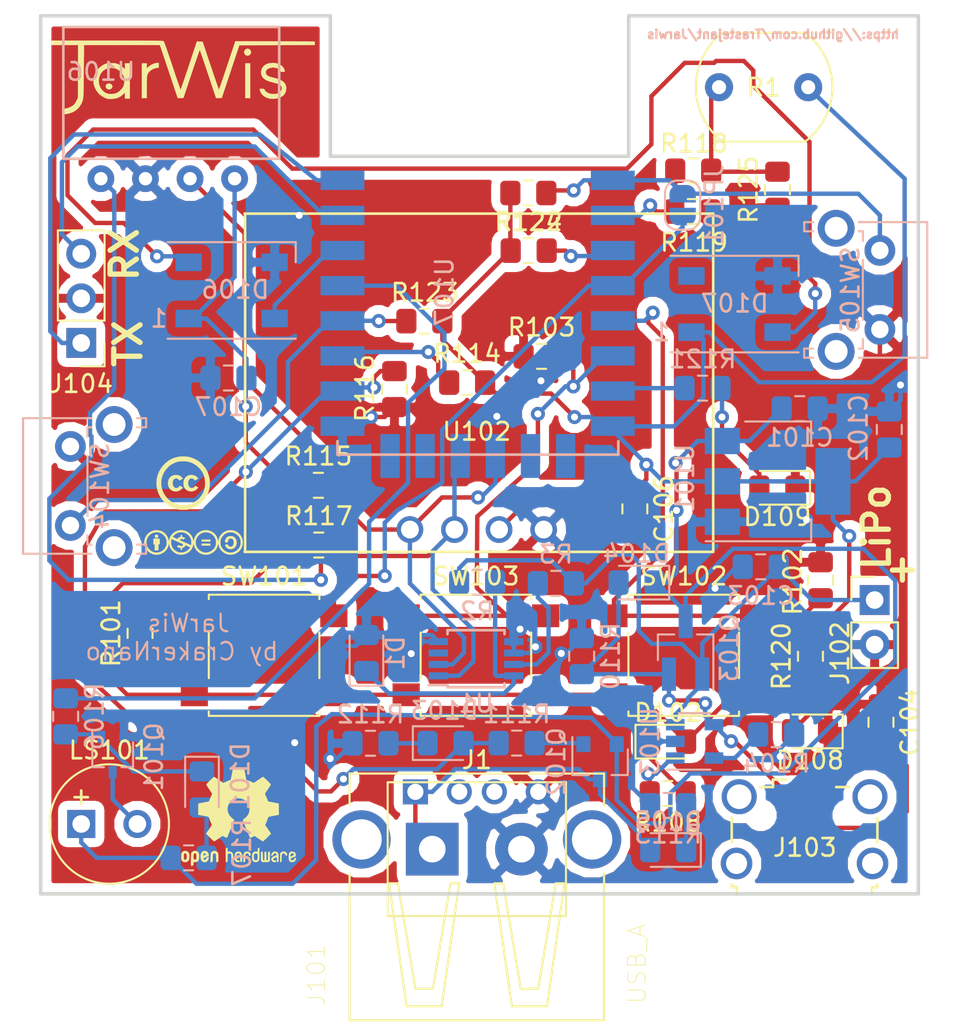
<source format=kicad_pcb>
(kicad_pcb (version 20171130) (host pcbnew 5.0.2-bee76a0~70~ubuntu18.04.1)
  (layers (0 F.Cu signal) (31 B.Cu signal) (34 B.Paste user) (35 F.Paste user) (36 B.SilkS user) (37 F.SilkS user) (38 B.Mask user) (39 F.Mask user) (44 Edge.Cuts user))
  (net 0 "")
  (net 1 Earth)
  (net 2 +5V)
  (net 3 +3V3)
  (net 4 /LIPO)
  (net 5 /VBUS)
  (net 6 "Net-(D101-Pad1)")
  (net 7 "Net-(D101-Pad2)")
  (net 8 "Net-(D102-Pad1)")
  (net 9 "Net-(D103-Pad1)")
  (net 10 /GPIO15)
  (net 11 /Vout)
  (net 12 "Net-(D105-Pad1)")
  (net 13 /GPIO5)
  (net 14 "Net-(D106-Pad2)")
  (net 15 "Net-(D108-Pad2)")
  (net 16 "Net-(D109-Pad2)")
  (net 17 /TX)
  (net 18 /RX)
  (net 19 /GPIO16)
  (net 20 /REST)
  (net 21 "Net-(LS101-Pad2)")
  (net 22 "Net-(Q102-Pad1)")
  (net 23 /A0)
  (net 24 /GPIO14)
  (net 25 /GPIO12)
  (net 26 "Net-(R104-Pad1)")
  (net 27 /GPIO4)
  (net 28 "Net-(R108-Pad2)")
  (net 29 /GPIO2)
  (net 30 /GPIO9)
  (net 31 /GIO10)
  (net 32 /ADC)
  (net 33 /GPIO13)
  (net 34 /CH_PD)
  (net 35 /GPIO0)
  (net 36 "Net-(D1-Pad1)")
  (net 37 "Net-(R3-Pad2)")
  (module Capacitor_SMD:C_0805_2012Metric_Pad1.15x1.40mm_HandSolder (layer B.Cu) (at 164.81552 85.13064)
    (fp_text reference C101 (at 0 1.65) (layer B.SilkS) (effects (justify mirror)))
    (fp_text value C)
    (pad 2 smd roundrect (at 1.025 0) (size 1.15 1.4) (layers B.Cu B.Paste B.Mask) (roundrect_rratio 0.217391) (net 1 Earth))
    (pad 1 smd roundrect (at -1.025 0) (size 1.15 1.4) (layers B.Cu B.Paste B.Mask) (roundrect_rratio 0.217391) (net 2 +5V))
  )
  (module Capacitor_SMD:C_0805_2012Metric_Pad1.15x1.40mm_HandSolder (layer B.Cu) (at 169.92092 86.31936 90)
    (fp_text reference C102 (at 0.0762 -1.75768 90) (layer B.SilkS) (effects (justify mirror)))
    (fp_text value C)
    (pad 1 smd roundrect (at -1.025 0 90) (size 1.15 1.4) (layers B.Cu B.Paste B.Mask) (roundrect_rratio 0.217391) (net 3 +3V3))
    (pad 2 smd roundrect (at 1.025 0 90) (size 1.15 1.4) (layers B.Cu B.Paste B.Mask) (roundrect_rratio 0.217391) (net 1 Earth))
  )
  (module Capacitor_SMD:C_0805_2012Metric_Pad1.15x1.40mm_HandSolder (layer B.Cu) (at 162.59302 94.13748)
    (fp_text reference C103 (at 0 1.65) (layer B.SilkS) (effects (justify mirror)))
    (fp_text value C)
    (pad 2 smd roundrect (at 1.025 0) (size 1.15 1.4) (layers B.Cu B.Paste B.Mask) (roundrect_rratio 0.217391) (net 4 /LIPO))
    (pad 1 smd roundrect (at -1.025 0) (size 1.15 1.4) (layers B.Cu B.Paste B.Mask) (roundrect_rratio 0.217391) (net 1 Earth))
  )
  (module Capacitor_SMD:C_0805_2012Metric_Pad1.15x1.40mm_HandSolder (layer F.Cu) (at 169.44594 102.98938 270)
    (fp_text reference C104 (at 0 -1.65 270) (layer F.SilkS))
    (fp_text value 1uF)
    (pad 1 smd roundrect (at -1.025 0 270) (size 1.15 1.4) (layers F.Cu F.Paste F.Mask) (roundrect_rratio 0.217391) (net 1 Earth))
    (pad 2 smd roundrect (at 1.025 0 270) (size 1.15 1.4) (layers F.Cu F.Paste F.Mask) (roundrect_rratio 0.217391) (net 5 /VBUS))
  )
  (module Capacitor_SMD:C_0805_2012Metric_Pad1.15x1.40mm_HandSolder (layer F.Cu) (at 155.4226 90.83918 270)
    (fp_text reference C106 (at 0 -1.65 270) (layer F.SilkS))
    (fp_text value C)
    (pad 1 smd roundrect (at -1.025 0 270) (size 1.15 1.4) (layers F.Cu F.Paste F.Mask) (roundrect_rratio 0.217391) (net 3 +3V3))
    (pad 2 smd roundrect (at 1.025 0 270) (size 1.15 1.4) (layers F.Cu F.Paste F.Mask) (roundrect_rratio 0.217391) (net 1 Earth))
  )
  (module Capacitor_SMD:C_0805_2012Metric_Pad1.15x1.40mm_HandSolder (layer B.Cu) (at 132.26658 83.38566)
    (fp_text reference C107 (at 0 1.65) (layer B.SilkS) (effects (justify mirror)))
    (fp_text value C)
    (pad 2 smd roundrect (at 1.025 0) (size 1.15 1.4) (layers B.Cu B.Paste B.Mask) (roundrect_rratio 0.217391) (net 3 +3V3))
    (pad 1 smd roundrect (at -1.025 0) (size 1.15 1.4) (layers B.Cu B.Paste B.Mask) (roundrect_rratio 0.217391) (net 1 Earth))
  )
  (module Diode_SMD:D_0805_2012Metric_Pad1.15x1.40mm_HandSolder (layer B.Cu) (at 130.7592 106.81462 270)
    (fp_text reference D101 (at -0.74168 -2.1844 270) (layer B.SilkS) (effects (justify mirror)))
    (fp_text value D)
    (pad 1 smd roundrect (at -1.025 0 270) (size 1.15 1.4) (layers B.Cu B.Paste B.Mask) (roundrect_rratio 0.217391) (net 6 "Net-(D101-Pad1)"))
    (pad 2 smd roundrect (at 1.025 0 270) (size 1.15 1.4) (layers B.Cu B.Paste B.Mask) (roundrect_rratio 0.217391) (net 7 "Net-(D101-Pad2)"))
  )
  (module LED_SMD:LED_0805_2012Metric_Pad1.15x1.40mm_HandSolder (layer F.Cu) (at 157.31744 104.09428)
    (fp_text reference D102 (at 0 -1.65) (layer F.SilkS))
    (fp_text value ESTATUS)
    (pad 2 smd roundrect (at 1.025 0) (size 1.15 1.4) (layers F.Cu F.Paste F.Mask) (roundrect_rratio 0.217391) (net 3 +3V3))
    (pad 1 smd roundrect (at -1.025 0) (size 1.15 1.4) (layers F.Cu F.Paste F.Mask) (roundrect_rratio 0.217391) (net 8 "Net-(D102-Pad1)"))
  )
  (module LED_SMD:LED_0805_2012Metric_Pad1.15x1.40mm_HandSolder (layer B.Cu) (at 144.63268 104.1781)
    (fp_text reference D103 (at -0.0508 -1.85166) (layer B.SilkS) (effects (justify mirror)))
    (fp_text value LED)
    (pad 1 smd roundrect (at -1.025 0) (size 1.15 1.4) (layers B.Cu B.Paste B.Mask) (roundrect_rratio 0.217391) (net 9 "Net-(D103-Pad1)"))
    (pad 2 smd roundrect (at 1.025 0) (size 1.15 1.4) (layers B.Cu B.Paste B.Mask) (roundrect_rratio 0.217391) (net 10 /GPIO15))
  )
  (module Diode_SMD:D_0805_2012Metric_Pad1.15x1.40mm_HandSolder (layer B.Cu) (at 155.5205 95.03918 180)
    (fp_text reference D104 (at 0 1.65 180) (layer B.SilkS) (effects (justify mirror)))
    (fp_text value D_Schottky)
    (pad 2 smd roundrect (at 1.025 0 180) (size 1.15 1.4) (layers B.Cu B.Paste B.Mask) (roundrect_rratio 0.217391) (net 5 /VBUS))
    (pad 1 smd roundrect (at -1.025 0 180) (size 1.15 1.4) (layers B.Cu B.Paste B.Mask) (roundrect_rratio 0.217391) (net 2 +5V))
  )
  (module LED_SMD:LED_0805_2012Metric_Pad1.15x1.40mm_HandSolder (layer B.Cu) (at 157.32252 110.26394 180)
    (fp_text reference D105 (at 0 1.65 180) (layer B.SilkS) (effects (justify mirror)))
    (fp_text value LED)
    (pad 2 smd roundrect (at 1.025 0 180) (size 1.15 1.4) (layers B.Cu B.Paste B.Mask) (roundrect_rratio 0.217391) (net 11 /Vout))
    (pad 1 smd roundrect (at -1.025 0 180) (size 1.15 1.4) (layers B.Cu B.Paste B.Mask) (roundrect_rratio 0.217391) (net 12 "Net-(D105-Pad1)"))
  )
  (module LED_SMD:LED_WS2812B_PLCC4_5.0x5.0mm_P3.2mm (layer B.Cu) (at 132.45 78.4)
    (fp_text reference D106 (at 0.20912 -0.04354) (layer B.SilkS) (effects (justify mirror)))
    (fp_text value WS2812B)
    (fp_text user 1 (at -4.15 1.6) (layer B.SilkS) (effects (justify mirror)))
    (pad 3 smd rect (at 2.45 -1.6) (size 1.5 1) (layers B.Cu B.Paste B.Mask) (net 1 Earth))
    (pad 4 smd rect (at 2.45 1.6) (size 1.5 1) (layers B.Cu B.Paste B.Mask) (net 13 /GPIO5))
    (pad 2 smd rect (at -2.45 -1.6) (size 1.5 1) (layers B.Cu B.Paste B.Mask) (net 14 "Net-(D106-Pad2)"))
    (pad 1 smd rect (at -2.45 1.6) (size 1.5 1) (layers B.Cu B.Paste B.Mask) (net 3 +3V3))
  )
  (module LED_SMD:LED_WS2812B_PLCC4_5.0x5.0mm_P3.2mm (layer B.Cu) (at 161.0995 79.17688)
    (fp_text reference D107 (at 0.01016 -0.03556) (layer B.SilkS) (effects (justify mirror)))
    (fp_text value WS2812B)
    (fp_text user 1 (at -4.15 1.6) (layer B.SilkS) (effects (justify mirror)))
    (pad 1 smd rect (at -2.45 1.6) (size 1.5 1) (layers B.Cu B.Paste B.Mask) (net 3 +3V3))
    (pad 2 smd rect (at -2.45 -1.6) (size 1.5 1) (layers B.Cu B.Paste B.Mask))
    (pad 4 smd rect (at 2.45 1.6) (size 1.5 1) (layers B.Cu B.Paste B.Mask) (net 14 "Net-(D106-Pad2)"))
    (pad 3 smd rect (at 2.45 -1.6) (size 1.5 1) (layers B.Cu B.Paste B.Mask) (net 1 Earth))
  )
  (module LED_SMD:LED_0805_2012Metric_Pad1.15x1.40mm_HandSolder (layer F.Cu) (at 165.40226 103.51008 180)
    (fp_text reference D108 (at 0 -1.65 180) (layer F.SilkS))
    (fp_text value POWER)
    (pad 1 smd roundrect (at -1.025 0 180) (size 1.15 1.4) (layers F.Cu F.Paste F.Mask) (roundrect_rratio 0.217391) (net 1 Earth))
    (pad 2 smd roundrect (at 1.025 0 180) (size 1.15 1.4) (layers F.Cu F.Paste F.Mask) (roundrect_rratio 0.217391) (net 15 "Net-(D108-Pad2)"))
  )
  (module LED_SMD:LED_0805_2012Metric_Pad1.15x1.40mm_HandSolder (layer F.Cu) (at 163.54182 89.63914 180)
    (fp_text reference D109 (at 0 -1.65 180) (layer F.SilkS))
    (fp_text value ESTATUS)
    (pad 1 smd roundrect (at -1.025 0 180) (size 1.15 1.4) (layers F.Cu F.Paste F.Mask) (roundrect_rratio 0.217391) (net 1 Earth))
    (pad 2 smd roundrect (at 1.025 0 180) (size 1.15 1.4) (layers F.Cu F.Paste F.Mask) (roundrect_rratio 0.217391) (net 16 "Net-(D109-Pad2)"))
  )
  (module 87520-0010BLF:FCI_87520-0010BLF (layer F.Cu) (at 146.4183 109.66196)
    (fp_text reference J101 (at -9.14463 7.71812 90) (layer F.SilkS) (effects (font (size 1.00106 1.00106) (thickness 0.05))))
    (fp_text value USB_A (at 9.12639 7.08383 90) (layer F.SilkS) (effects (font (size 1.00125 1.00125) (thickness 0.05))))
    (pad 2 thru_hole circle (at -1 -2.71) (size 1.428 1.428) (drill 0.92) (layers *.Cu *.Mask))
    (pad 3 thru_hole circle (at 1 -2.71) (size 1.428 1.428) (drill 0.92) (layers *.Cu *.Mask))
    (pad 4 thru_hole circle (at 3.5 -2.71) (size 1.428 1.428) (drill 0.92) (layers *.Cu *.Mask) (net 1 Earth))
    (pad 1 thru_hole rect (at -3.5 -2.71) (size 1.428 1.428) (drill 0.92) (layers *.Cu *.Mask) (net 11 /Vout))
    (pad P1 thru_hole circle (at -6.57 0) (size 3.316 3.316) (drill 2.3) (layers *.Cu *.Mask))
    (pad P2 thru_hole circle (at 6.57 0) (size 3.316 3.316) (drill 2.3) (layers *.Cu *.Mask))
  )
  (module Connector_PinHeader_2.54mm:PinHeader_1x02_P2.54mm_Vertical (layer F.Cu) (at 169.08526 96.02978)
    (fp_text reference J102 (at -1.97104 3.03276 90) (layer F.SilkS))
    (fp_text value LiPo)
    (pad 1 thru_hole rect (at 0 0) (size 1.7 1.7) (drill 1) (layers *.Cu *.Mask) (net 4 /LIPO))
    (pad 2 thru_hole oval (at 0 2.54) (size 1.7 1.7) (drill 1) (layers *.Cu *.Mask) (net 1 Earth))
  )
  (module Connector_PinHeader_2.54mm:PinHeader_1x03_P2.54mm_Vertical (layer F.Cu) (at 123.87834 81.38922 180)
    (fp_text reference J104 (at 0 -2.33 180) (layer F.SilkS))
    (fp_text value PROGRAM)
    (pad 1 thru_hole rect (at 0 0 180) (size 1.7 1.7) (drill 1) (layers *.Cu *.Mask) (net 17 /TX))
    (pad 2 thru_hole oval (at 0 2.54 180) (size 1.7 1.7) (drill 1) (layers *.Cu *.Mask) (net 1 Earth))
    (pad 3 thru_hole oval (at 0 5.08 180) (size 1.7 1.7) (drill 1) (layers *.Cu *.Mask) (net 18 /RX))
  )
  (module jumpers:SolderJumper-2_P1.3mm_Open_RoundedPad1.0x1.5mm (layer B.Cu) (at 158.14548 73.54316 90)
    (fp_text reference JP101 (at 0 1.8 90) (layer B.SilkS) (effects (justify mirror)))
    (fp_text value "DEEP SLEEP")
    (pad 1 smd custom (at -0.65 0 90) (size 1 0.5) (layers B.Cu B.Mask) (net 19 /GPIO16) (options (clearance outline) (anchor rect)) (primitives (gr_circle (center 0 -0.25) (end 0.5 -0.25) (width 0)) (gr_circle (center 0 0.25) (end 0.5 0.25) (width 0)) (gr_poly (pts (xy 0 0.75) (xy 0.5 0.75) (xy 0.5 -0.75) (xy 0 -0.75)) (width 0))))
    (pad 2 smd custom (at 0.65 0 90) (size 1 0.5) (layers B.Cu B.Mask) (net 20 /REST) (options (clearance outline) (anchor rect)) (primitives (gr_circle (center 0 -0.25) (end 0.5 -0.25) (width 0)) (gr_circle (center 0 0.25) (end 0.5 0.25) (width 0)) (gr_poly (pts (xy 0 0.75) (xy -0.5 0.75) (xy -0.5 -0.75) (xy 0 -0.75)) (width 0))))
  )
  (module Buzzer_Beeper:MagneticBuzzer_Kingstate_KCG0601 (layer F.Cu) (at 123.87834 108.78312)
    (fp_text reference LS101 (at 1.6 -4.2) (layer F.SilkS))
    (fp_text value Speaker)
    (fp_text user + (at 0 -1.6) (layer F.SilkS))
    (pad 1 thru_hole rect (at 0 0) (size 1.6 1.6) (drill 1) (layers *.Cu *.Mask) (net 2 +5V))
    (pad 2 thru_hole circle (at 3.2 0) (size 1.6 1.6) (drill 1) (layers *.Cu *.Mask) (net 21 "Net-(LS101-Pad2)"))
  )
  (module Package_TO_SOT_SMD:SOT-323_SC-70 (layer B.Cu) (at 125.67158 104.81818 270)
    (fp_text reference Q101 (at 0.14224 -2.3495 270) (layer B.SilkS) (effects (justify mirror)))
    (fp_text value BC850W)
    (pad 1 smd rect (at -1 0.65) (size 0.45 0.7) (layers B.Cu B.Paste B.Mask) (net 6 "Net-(D101-Pad1)"))
    (pad 2 smd rect (at -1 -0.65) (size 0.45 0.7) (layers B.Cu B.Paste B.Mask) (net 1 Earth))
    (pad 3 smd rect (at 1 0) (size 0.45 0.7) (layers B.Cu B.Paste B.Mask) (net 21 "Net-(LS101-Pad2)"))
  )
  (module Package_TO_SOT_SMD:SOT-23 (layer B.Cu) (at 153.4414 105.2355 270)
    (fp_text reference Q102 (at 0 2.5 270) (layer B.SilkS) (effects (justify mirror)))
    (fp_text value MMBF170)
    (pad 1 smd rect (at -1 0.95 270) (size 0.9 0.8) (layers B.Cu B.Paste B.Mask) (net 22 "Net-(Q102-Pad1)"))
    (pad 2 smd rect (at -1 -0.95 270) (size 0.9 0.8) (layers B.Cu B.Paste B.Mask) (net 2 +5V))
    (pad 3 smd rect (at 1 0 270) (size 0.9 0.8) (layers B.Cu B.Paste B.Mask) (net 11 /Vout))
  )
  (module Package_TO_SOT_SMD:SOT-23_Handsoldering (layer B.Cu) (at 158.31566 98.75012 90)
    (fp_text reference Q103 (at 0 2.5 90) (layer B.SilkS) (effects (justify mirror)))
    (fp_text value ZXMP6A13FTA)
    (pad 1 smd rect (at -1.5 0.95 90) (size 1.9 0.8) (layers B.Cu B.Paste B.Mask) (net 4 /LIPO))
    (pad 2 smd rect (at -1.5 -0.95 90) (size 1.9 0.8) (layers B.Cu B.Paste B.Mask) (net 5 /VBUS))
    (pad 3 smd rect (at 1.5 0 90) (size 1.9 0.8) (layers B.Cu B.Paste B.Mask) (net 2 +5V))
  )
  (module Resistor_SMD:R_0805_2012Metric_Pad1.15x1.40mm_HandSolder (layer F.Cu) (at 127.23114 97.92716 90)
    (fp_text reference R101 (at 0 -1.65 90) (layer F.SilkS))
    (fp_text value 10K)
    (pad 1 smd roundrect (at -1.025 0 90) (size 1.15 1.4) (layers F.Cu F.Paste F.Mask) (roundrect_rratio 0.217391) (net 1 Earth))
    (pad 2 smd roundrect (at 1.025 0 90) (size 1.15 1.4) (layers F.Cu F.Paste F.Mask) (roundrect_rratio 0.217391) (net 19 /GPIO16))
  )
  (module Resistor_SMD:R_0805_2012Metric_Pad1.15x1.40mm_HandSolder (layer F.Cu) (at 166.00424 94.90318 270)
    (fp_text reference R102 (at 0.07504 1.57988 270) (layer F.SilkS))
    (fp_text value 10K)
    (pad 2 smd roundrect (at 1.025 0 270) (size 1.15 1.4) (layers F.Cu F.Paste F.Mask) (roundrect_rratio 0.217391) (net 24 /GPIO14))
    (pad 1 smd roundrect (at -1.025 0 270) (size 1.15 1.4) (layers F.Cu F.Paste F.Mask) (roundrect_rratio 0.217391) (net 1 Earth))
  )
  (module Resistor_SMD:R_0805_2012Metric_Pad1.15x1.40mm_HandSolder (layer F.Cu) (at 150.10754 82.15376)
    (fp_text reference R103 (at 0 -1.65) (layer F.SilkS))
    (fp_text value 10K)
    (pad 1 smd roundrect (at -1.025 0) (size 1.15 1.4) (layers F.Cu F.Paste F.Mask) (roundrect_rratio 0.217391) (net 1 Earth))
    (pad 2 smd roundrect (at 1.025 0) (size 1.15 1.4) (layers F.Cu F.Paste F.Mask) (roundrect_rratio 0.217391) (net 25 /GPIO12))
  )
  (module Resistor_SMD:R_0805_2012Metric_Pad1.15x1.40mm_HandSolder (layer B.Cu) (at 163.47694 103.69296)
    (fp_text reference R104 (at 0 1.65) (layer B.SilkS) (effects (justify mirror)))
    (fp_text value R)
    (pad 2 smd roundrect (at 1.025 0) (size 1.15 1.4) (layers B.Cu B.Paste B.Mask) (roundrect_rratio 0.217391) (net 1 Earth))
    (pad 1 smd roundrect (at -1.025 0) (size 1.15 1.4) (layers B.Cu B.Paste B.Mask) (roundrect_rratio 0.217391) (net 26 "Net-(R104-Pad1)"))
  )
  (module Resistor_SMD:R_0805_2012Metric_Pad1.15x1.40mm_HandSolder (layer B.Cu) (at 122.99188 102.6541 90)
    (fp_text reference R106 (at 0 1.65 90) (layer B.SilkS) (effects (justify mirror)))
    (fp_text value R)
    (pad 1 smd roundrect (at -1.025 0 90) (size 1.15 1.4) (layers B.Cu B.Paste B.Mask) (roundrect_rratio 0.217391) (net 6 "Net-(D101-Pad1)"))
    (pad 2 smd roundrect (at 1.025 0 90) (size 1.15 1.4) (layers B.Cu B.Paste B.Mask) (roundrect_rratio 0.217391) (net 27 /GPIO4))
  )
  (module Resistor_SMD:R_0805_2012Metric_Pad1.15x1.40mm_HandSolder (layer B.Cu) (at 129.99582 110.71098)
    (fp_text reference R107 (at 3.03668 -0.29972 90) (layer B.SilkS) (effects (justify mirror)))
    (fp_text value R)
    (pad 2 smd roundrect (at 1.025 0) (size 1.15 1.4) (layers B.Cu B.Paste B.Mask) (roundrect_rratio 0.217391) (net 7 "Net-(D101-Pad2)"))
    (pad 1 smd roundrect (at -1.025 0) (size 1.15 1.4) (layers B.Cu B.Paste B.Mask) (roundrect_rratio 0.217391) (net 2 +5V))
  )
  (module Resistor_SMD:R_0805_2012Metric_Pad1.15x1.40mm_HandSolder (layer F.Cu) (at 157.29458 107.0483 180)
    (fp_text reference R108 (at 0 -1.65 180) (layer F.SilkS))
    (fp_text value R)
    (pad 1 smd roundrect (at -1.025 0 180) (size 1.15 1.4) (layers F.Cu F.Paste F.Mask) (roundrect_rratio 0.217391) (net 8 "Net-(D102-Pad1)"))
    (pad 2 smd roundrect (at 1.025 0 180) (size 1.15 1.4) (layers F.Cu F.Paste F.Mask) (roundrect_rratio 0.217391) (net 28 "Net-(R108-Pad2)"))
  )
  (module Resistor_SMD:R_0805_2012Metric_Pad1.15x1.40mm_HandSolder (layer B.Cu) (at 152.39238 99.22626 90)
    (fp_text reference R110 (at 0 1.65 90) (layer B.SilkS) (effects (justify mirror)))
    (fp_text value 100k)
    (pad 2 smd roundrect (at 1.025 0 90) (size 1.15 1.4) (layers B.Cu B.Paste B.Mask) (roundrect_rratio 0.217391) (net 1 Earth))
    (pad 1 smd roundrect (at -1.025 0 90) (size 1.15 1.4) (layers B.Cu B.Paste B.Mask) (roundrect_rratio 0.217391) (net 5 /VBUS))
  )
  (module Resistor_SMD:R_0805_2012Metric_Pad1.15x1.40mm_HandSolder (layer B.Cu) (at 148.68652 104.17556 180)
    (fp_text reference R111 (at 0 1.65 180) (layer B.SilkS) (effects (justify mirror)))
    (fp_text value R)
    (pad 2 smd roundrect (at 1.025 0 180) (size 1.15 1.4) (layers B.Cu B.Paste B.Mask) (roundrect_rratio 0.217391) (net 10 /GPIO15))
    (pad 1 smd roundrect (at -1.025 0 180) (size 1.15 1.4) (layers B.Cu B.Paste B.Mask) (roundrect_rratio 0.217391) (net 22 "Net-(Q102-Pad1)"))
  )
  (module Resistor_SMD:R_0805_2012Metric_Pad1.15x1.40mm_HandSolder (layer B.Cu) (at 140.35902 104.18572 180)
    (fp_text reference R112 (at 0 1.65 180) (layer B.SilkS) (effects (justify mirror)))
    (fp_text value R)
    (pad 1 smd roundrect (at -1.025 0 180) (size 1.15 1.4) (layers B.Cu B.Paste B.Mask) (roundrect_rratio 0.217391) (net 9 "Net-(D103-Pad1)"))
    (pad 2 smd roundrect (at 1.025 0 180) (size 1.15 1.4) (layers B.Cu B.Paste B.Mask) (roundrect_rratio 0.217391) (net 1 Earth))
  )
  (module Resistor_SMD:R_0805_2012Metric_Pad1.15x1.40mm_HandSolder (layer B.Cu) (at 157.31998 107.72648)
    (fp_text reference R113 (at 0 1.65) (layer B.SilkS) (effects (justify mirror)))
    (fp_text value R)
    (pad 2 smd roundrect (at 1.025 0) (size 1.15 1.4) (layers B.Cu B.Paste B.Mask) (roundrect_rratio 0.217391) (net 12 "Net-(D105-Pad1)"))
    (pad 1 smd roundrect (at -1.025 0) (size 1.15 1.4) (layers B.Cu B.Paste B.Mask) (roundrect_rratio 0.217391) (net 1 Earth))
  )
  (module Resistor_SMD:R_0805_2012Metric_Pad1.15x1.40mm_HandSolder (layer F.Cu) (at 145.86574 83.64982)
    (fp_text reference R114 (at 0 -1.65) (layer F.SilkS))
    (fp_text value 10K)
    (pad 1 smd roundrect (at -1.025 0) (size 1.15 1.4) (layers F.Cu F.Paste F.Mask) (roundrect_rratio 0.217391) (net 29 /GPIO2))
    (pad 2 smd roundrect (at 1.025 0) (size 1.15 1.4) (layers F.Cu F.Paste F.Mask) (roundrect_rratio 0.217391) (net 3 +3V3))
  )
  (module Resistor_SMD:R_0805_2012Metric_Pad1.15x1.40mm_HandSolder (layer F.Cu) (at 137.39114 89.4969)
    (fp_text reference R115 (at 0 -1.65) (layer F.SilkS))
    (fp_text value 4.7k)
    (pad 2 smd roundrect (at 1.025 0) (size 1.15 1.4) (layers F.Cu F.Paste F.Mask) (roundrect_rratio 0.217391) (net 30 /GPIO9))
    (pad 1 smd roundrect (at -1.025 0) (size 1.15 1.4) (layers F.Cu F.Paste F.Mask) (roundrect_rratio 0.217391) (net 3 +3V3))
  )
  (module Resistor_SMD:R_0805_2012Metric_Pad1.15x1.40mm_HandSolder (layer F.Cu) (at 141.72438 84.0195 270)
    (fp_text reference R116 (at -0.05472 1.68656 270) (layer F.SilkS))
    (fp_text value 10K)
    (pad 2 smd roundrect (at 1.025 0 270) (size 1.15 1.4) (layers F.Cu F.Paste F.Mask) (roundrect_rratio 0.217391) (net 1 Earth))
    (pad 1 smd roundrect (at -1.025 0 270) (size 1.15 1.4) (layers F.Cu F.Paste F.Mask) (roundrect_rratio 0.217391) (net 10 /GPIO15))
  )
  (module Resistor_SMD:R_0805_2012Metric_Pad1.15x1.40mm_HandSolder (layer F.Cu) (at 137.41262 92.89796)
    (fp_text reference R117 (at 0 -1.65) (layer F.SilkS))
    (fp_text value 4.7K)
    (pad 1 smd roundrect (at -1.025 0) (size 1.15 1.4) (layers F.Cu F.Paste F.Mask) (roundrect_rratio 0.217391) (net 3 +3V3))
    (pad 2 smd roundrect (at 1.025 0) (size 1.15 1.4) (layers F.Cu F.Paste F.Mask) (roundrect_rratio 0.217391) (net 31 /GIO10))
  )
  (module Resistor_SMD:R_0805_2012Metric_Pad1.15x1.40mm_HandSolder (layer F.Cu) (at 158.74746 71.58736 180)
    (fp_text reference R118 (at -0.04064 1.55448 180) (layer F.SilkS))
    (fp_text value 220R)
    (pad 1 smd roundrect (at -1.025 0 180) (size 1.15 1.4) (layers F.Cu F.Paste F.Mask) (roundrect_rratio 0.217391) (net 23 /A0))
    (pad 2 smd roundrect (at 1.025 0 180) (size 1.15 1.4) (layers F.Cu F.Paste F.Mask) (roundrect_rratio 0.217391) (net 32 /ADC))
  )
  (module Resistor_SMD:R_0805_2012Metric_Pad1.15x1.40mm_HandSolder (layer F.Cu) (at 158.69528 73.90892)
    (fp_text reference R119 (at 0.10552 1.76276) (layer F.SilkS))
    (fp_text value 100R)
    (pad 2 smd roundrect (at 1.025 0) (size 1.15 1.4) (layers F.Cu F.Paste F.Mask) (roundrect_rratio 0.217391) (net 1 Earth))
    (pad 1 smd roundrect (at -1.025 0) (size 1.15 1.4) (layers F.Cu F.Paste F.Mask) (roundrect_rratio 0.217391) (net 32 /ADC))
  )
  (module Resistor_SMD:R_0805_2012Metric_Pad1.15x1.40mm_HandSolder (layer F.Cu) (at 165.42766 99.23272 90)
    (fp_text reference R120 (at 0 -1.65 90) (layer F.SilkS))
    (fp_text value 1K)
    (pad 1 smd roundrect (at -1.025 0 90) (size 1.15 1.4) (layers F.Cu F.Paste F.Mask) (roundrect_rratio 0.217391) (net 15 "Net-(D108-Pad2)"))
    (pad 2 smd roundrect (at 1.025 0 90) (size 1.15 1.4) (layers F.Cu F.Paste F.Mask) (roundrect_rratio 0.217391) (net 3 +3V3))
  )
  (module Resistor_SMD:R_0805_2012Metric_Pad1.15x1.40mm_HandSolder (layer B.Cu) (at 159.27832 83.96478 180)
    (fp_text reference R121 (at 0 1.65 180) (layer B.SilkS) (effects (justify mirror)))
    (fp_text value 1K)
    (pad 2 smd roundrect (at 1.025 0 180) (size 1.15 1.4) (layers B.Cu B.Paste B.Mask) (roundrect_rratio 0.217391) (net 33 /GPIO13))
    (pad 1 smd roundrect (at -1.025 0 180) (size 1.15 1.4) (layers B.Cu B.Paste B.Mask) (roundrect_rratio 0.217391) (net 16 "Net-(D109-Pad2)"))
  )
  (module Resistor_SMD:R_0805_2012Metric_Pad1.15x1.40mm_HandSolder (layer F.Cu) (at 149.37232 76.13396)
    (fp_text reference R122 (at 0 -1.65) (layer F.SilkS))
    (fp_text value 10K)
    (pad 1 smd roundrect (at -1.025 0) (size 1.15 1.4) (layers F.Cu F.Paste F.Mask) (roundrect_rratio 0.217391) (net 3 +3V3))
    (pad 2 smd roundrect (at 1.025 0) (size 1.15 1.4) (layers F.Cu F.Paste F.Mask) (roundrect_rratio 0.217391) (net 34 /CH_PD))
  )
  (module Resistor_SMD:R_0805_2012Metric_Pad1.15x1.40mm_HandSolder (layer F.Cu) (at 143.42872 80.1497 180)
    (fp_text reference R123 (at -0.02794 1.6256 180) (layer F.SilkS))
    (fp_text value 10K)
    (pad 2 smd roundrect (at 1.025 0 180) (size 1.15 1.4) (layers F.Cu F.Paste F.Mask) (roundrect_rratio 0.217391) (net 35 /GPIO0))
    (pad 1 smd roundrect (at -1.025 0 180) (size 1.15 1.4) (layers F.Cu F.Paste F.Mask) (roundrect_rratio 0.217391) (net 3 +3V3))
  )
  (module Resistor_SMD:R_0805_2012Metric_Pad1.15x1.40mm_HandSolder (layer F.Cu) (at 149.35338 72.85228 180)
    (fp_text reference R124 (at 0 -1.65 180) (layer F.SilkS))
    (fp_text value 10K)
    (pad 1 smd roundrect (at -1.025 0 180) (size 1.15 1.4) (layers F.Cu F.Paste F.Mask) (roundrect_rratio 0.217391) (net 20 /REST))
    (pad 2 smd roundrect (at 1.025 0 180) (size 1.15 1.4) (layers F.Cu F.Paste F.Mask) (roundrect_rratio 0.217391) (net 3 +3V3))
  )
  (module Resistor_SMD:R_0805_2012Metric_Pad1.15x1.40mm_HandSolder (layer F.Cu) (at 163.54806 72.66432 90)
    (fp_text reference R125 (at 0 -1.65 90) (layer F.SilkS))
    (fp_text value 10K)
    (pad 1 smd roundrect (at -1.025 0 90) (size 1.15 1.4) (layers F.Cu F.Paste F.Mask) (roundrect_rratio 0.217391) (net 1 Earth))
    (pad 2 smd roundrect (at 1.025 0 90) (size 1.15 1.4) (layers F.Cu F.Paste F.Mask) (roundrect_rratio 0.217391) (net 23 /A0))
  )
  (module Button_Switch_THT:SW_Tactile_SPST_Angled_PTS645Vx31-2LFS (layer B.Cu) (at 123.26366 87.28456 270)
    (fp_text reference SW104 (at 2.25 -1.68 270) (layer B.SilkS) (effects (justify mirror)))
    (fp_text value PROG)
    (pad "" thru_hole circle (at -1.25 -2.49 270) (size 2.1 2.1) (drill 1.3) (layers *.Cu *.Mask))
    (pad 1 thru_hole circle (at 0 0 270) (size 1.75 1.75) (drill 0.99) (layers *.Cu *.Mask) (net 1 Earth))
    (pad 2 thru_hole circle (at 4.5 0 270) (size 1.75 1.75) (drill 0.99) (layers *.Cu *.Mask) (net 35 /GPIO0))
    (pad "" thru_hole circle (at 5.76 -2.49 270) (size 2.1 2.1) (drill 1.3) (layers *.Cu *.Mask))
  )
  (module Button_Switch_THT:SW_Tactile_SPST_Angled_PTS645Vx31-2LFS (layer B.Cu) (at 169.38244 80.62126 90)
    (fp_text reference SW105 (at 2.25 -1.68 90) (layer B.SilkS) (effects (justify mirror)))
    (fp_text value RESET)
    (pad "" thru_hole circle (at 5.76 -2.49 90) (size 2.1 2.1) (drill 1.3) (layers *.Cu *.Mask))
    (pad 2 thru_hole circle (at 4.5 0 90) (size 1.75 1.75) (drill 0.99) (layers *.Cu *.Mask) (net 20 /REST))
    (pad 1 thru_hole circle (at 0 0 90) (size 1.75 1.75) (drill 0.99) (layers *.Cu *.Mask) (net 1 Earth))
    (pad "" thru_hole circle (at -1.25 -2.49 90) (size 2.1 2.1) (drill 1.3) (layers *.Cu *.Mask))
  )
  (module Package_TO_SOT_SMD:SOT-223-3_TabPin2 (layer B.Cu) (at 163.55822 89.27338)
    (fp_text reference U101 (at -5.28066 -0.18288 90) (layer B.SilkS) (effects (justify mirror)))
    (fp_text value LM1117-3.3)
    (pad 2 smd rect (at 3.15 0) (size 2 3.8) (layers B.Cu B.Paste B.Mask) (net 3 +3V3))
    (pad 2 smd rect (at -3.15 0) (size 2 1.5) (layers B.Cu B.Paste B.Mask) (net 3 +3V3))
    (pad 3 smd rect (at -3.15 -2.3) (size 2 1.5) (layers B.Cu B.Paste B.Mask) (net 2 +5V))
    (pad 1 smd rect (at -3.15 2.3) (size 2 1.5) (layers B.Cu B.Paste B.Mask) (net 1 Earth))
  )
  (module oled_display_:oled_display_0.96 (layer F.Cu) (at 150.22576 86.93658 180)
    (fp_text reference U102 (at 3.81 0.5 180) (layer F.SilkS))
    (fp_text value oled_display)
    (pad 1 thru_hole circle (at 0 -5.08 180) (size 1.524 1.524) (drill 1.016) (layers *.Cu *.Mask) (net 1 Earth))
    (pad 2 thru_hole circle (at 2.54 -5.08 180) (size 1.524 1.524) (drill 1.016) (layers *.Cu *.Mask) (net 3 +3V3))
    (pad 3 thru_hole circle (at 5.08 -5.08 180) (size 1.524 1.524) (drill 1.016) (layers *.Cu *.Mask) (net 31 /GIO10))
    (pad 4 thru_hole circle (at 7.62 -5.08 180) (size 1.524 1.524) (drill 1.016) (layers *.Cu *.Mask) (net 30 /GPIO9))
  )
  (module Package_TO_SOT_SMD:SOT-23-5 (layer B.Cu) (at 158.8262 104.07904)
    (fp_text reference U103 (at -2.5273 0.01016 90) (layer B.SilkS) (effects (justify mirror)))
    (fp_text value MCP73831-2-OT)
    (pad 1 smd rect (at -1.1 0.95) (size 1.06 0.65) (layers B.Cu B.Paste B.Mask) (net 28 "Net-(R108-Pad2)"))
    (pad 2 smd rect (at -1.1 0) (size 1.06 0.65) (layers B.Cu B.Paste B.Mask) (net 1 Earth))
    (pad 3 smd rect (at -1.1 -0.95) (size 1.06 0.65) (layers B.Cu B.Paste B.Mask) (net 4 /LIPO))
    (pad 4 smd rect (at 1.1 -0.95) (size 1.06 0.65) (layers B.Cu B.Paste B.Mask) (net 5 /VBUS))
    (pad 5 smd rect (at 1.1 0.95) (size 1.06 0.65) (layers B.Cu B.Paste B.Mask) (net 26 "Net-(R104-Pad1)"))
  )
  (module DHT12:DHT12 (layer B.Cu) (at 135.15848 63.40094 180)
    (fp_text reference U106 (at 10.16 -2.54 180) (layer B.SilkS) (effects (justify mirror)))
    (fp_text value DHT12)
    (pad 1 thru_hole circle (at 2.54 -8.636 180) (size 1.524 1.524) (drill 0.762) (layers *.Cu *.Mask) (net 3 +3V3))
    (pad 2 thru_hole circle (at 5.08 -8.636 180) (size 1.524 1.524) (drill 0.762) (layers *.Cu *.Mask) (net 30 /GPIO9))
    (pad 3 thru_hole circle (at 7.62 -8.636 180) (size 1.524 1.524) (drill 0.762) (layers *.Cu *.Mask) (net 1 Earth))
    (pad 4 thru_hole circle (at 10.16 -8.636 180) (size 1.524 1.524) (drill 0.762) (layers *.Cu *.Mask) (net 31 /GIO10))
  )
  (module ESP8266:ESP-12E_SMD (layer B.Cu) (at 153.46426 72.12838 180)
    (fp_text reference U107 (at 8.89 -6.35 90) (layer B.SilkS) (effects (justify mirror)))
    (fp_text value ESP-12E hide)
    (pad 1 smd rect (at 0 0 180) (size 2.5 1.1) (drill (offset -0.7 0)) (layers B.Cu B.Paste B.Mask) (net 20 /REST))
    (pad 2 smd rect (at 0 -2 180) (size 2.5 1.1) (drill (offset -0.7 0)) (layers B.Cu B.Paste B.Mask) (net 32 /ADC))
    (pad 3 smd rect (at 0 -4 180) (size 2.5 1.1) (drill (offset -0.7 0)) (layers B.Cu B.Paste B.Mask) (net 34 /CH_PD))
    (pad 4 smd rect (at 0 -6 180) (size 2.5 1.1) (drill (offset -0.7 0)) (layers B.Cu B.Paste B.Mask) (net 19 /GPIO16))
    (pad 5 smd rect (at 0 -8 180) (size 2.5 1.1) (drill (offset -0.7 0)) (layers B.Cu B.Paste B.Mask) (net 24 /GPIO14))
    (pad 6 smd rect (at 0 -10 180) (size 2.5 1.1) (drill (offset -0.7 0)) (layers B.Cu B.Paste B.Mask) (net 25 /GPIO12))
    (pad 7 smd rect (at 0 -12 180) (size 2.5 1.1) (drill (offset -0.7 0)) (layers B.Cu B.Paste B.Mask) (net 33 /GPIO13))
    (pad 8 smd rect (at 0 -14 180) (size 2.5 1.1) (drill (offset -0.7 0)) (layers B.Cu B.Paste B.Mask) (net 3 +3V3))
    (pad 9 smd rect (at 14 -14 180) (size 2.5 1.1) (drill (offset 0.7 0)) (layers B.Cu B.Paste B.Mask) (net 1 Earth))
    (pad 10 smd rect (at 14 -12 180) (size 2.5 1.1) (drill (offset 0.7 0)) (layers B.Cu B.Paste B.Mask) (net 10 /GPIO15))
    (pad 11 smd rect (at 14 -10 180) (size 2.5 1.1) (drill (offset 0.7 0)) (layers B.Cu B.Paste B.Mask) (net 29 /GPIO2))
    (pad 12 smd rect (at 14 -8 180) (size 2.5 1.1) (drill (offset 0.7 0)) (layers B.Cu B.Paste B.Mask) (net 35 /GPIO0))
    (pad 13 smd rect (at 14 -6 180) (size 2.5 1.1) (drill (offset 0.7 0)) (layers B.Cu B.Paste B.Mask) (net 27 /GPIO4))
    (pad 14 smd rect (at 14 -4 180) (size 2.5 1.1) (drill (offset 0.7 0)) (layers B.Cu B.Paste B.Mask) (net 13 /GPIO5))
    (pad 15 smd rect (at 14 -2 180) (size 2.5 1.1) (drill (offset 0.7 0)) (layers B.Cu B.Paste B.Mask) (net 18 /RX))
    (pad 16 smd rect (at 14 0 180) (size 2.5 1.1) (drill (offset 0.7 0)) (layers B.Cu B.Paste B.Mask) (net 17 /TX))
    (pad 17 smd rect (at 1.99 -15 90) (size 2.5 1.1) (drill (offset -0.7 0)) (layers B.Cu B.Paste B.Mask))
    (pad 18 smd rect (at 3.99 -15 90) (size 2.5 1.1) (drill (offset -0.7 0)) (layers B.Cu B.Paste B.Mask))
    (pad 19 smd rect (at 5.99 -15 90) (size 2.5 1.1) (drill (offset -0.7 0)) (layers B.Cu B.Paste B.Mask) (net 30 /GPIO9))
    (pad 20 smd rect (at 7.99 -15 90) (size 2.5 1.1) (drill (offset -0.7 0)) (layers B.Cu B.Paste B.Mask) (net 31 /GIO10))
    (pad 21 smd rect (at 9.99 -15 90) (size 2.5 1.1) (drill (offset -0.7 0)) (layers B.Cu B.Paste B.Mask))
    (pad 22 smd rect (at 11.99 -15 90) (size 2.5 1.1) (drill (offset -0.7 0)) (layers B.Cu B.Paste B.Mask))
  )
  (module OptoDevice:R_LDR_7x6mm_P5.1mm_Vertical (layer F.Cu) (at 160.21812 66.8274)
    (fp_text reference R1 (at 2.54762 0.01524) (layer F.SilkS))
    (fp_text value LDR03)
    (pad 1 thru_hole circle (at 0 0) (size 1.6 1.6) (drill 0.8) (layers *.Cu *.Mask) (net 23 /A0))
    (pad 2 thru_hole circle (at 5.08 0) (size 1.6 1.6) (drill 0.8) (layers *.Cu *.Mask) (net 3 +3V3))
  )
  (module Connector_USB:USB_Micro-B_Wuerth_629105150521_CircularHoles (layer F.Cu) (at 165.09238 109.0803)
    (fp_text reference J103 (at 0.01524 1.04648) (layer F.SilkS))
    (fp_text value USB_A)
    (pad 1 smd rect (at -1.3 -1.9) (size 0.45 1.3) (layers F.Cu F.Paste F.Mask) (net 5 /VBUS))
    (pad 2 smd rect (at -0.65 -1.9) (size 0.45 1.3) (layers F.Cu F.Paste F.Mask))
    (pad 3 smd rect (at 0 -1.9) (size 0.45 1.3) (layers F.Cu F.Paste F.Mask))
    (pad 4 smd rect (at 0.65 -1.9) (size 0.45 1.3) (layers F.Cu F.Paste F.Mask) (net 1 Earth))
    (pad 5 smd rect (at 1.3 -1.9) (size 0.45 1.3) (layers F.Cu F.Paste F.Mask))
    (pad 6 thru_hole circle (at -3.725 -1.85) (size 2 2) (drill 1.4) (layers *.Cu *.Mask))
    (pad 6 thru_hole circle (at 3.725 -1.85) (size 2 2) (drill 1.4) (layers *.Cu *.Mask))
    (pad 6 thru_hole circle (at -3.875 1.95) (size 1.8 1.8) (drill 1.2) (layers *.Cu *.Mask))
    (pad 6 thru_hole circle (at 3.875 1.95) (size 1.8 1.8) (drill 1.2) (layers *.Cu *.Mask))
    (pad "" np_thru_hole circle (at -2.5 -0.8) (size 0.8 0.8) (drill 0.8) (layers *.Cu *.Mask))
    (pad "" np_thru_hole circle (at 2.5 -0.8) (size 0.8 0.8) (drill 0.8) (layers *.Cu *.Mask))
  )
  (module Button_Switch_SMD:SW_SPST_B3S-1000 (layer F.Cu) (at 134.29742 99.17684)
    (fp_text reference SW101 (at 0 -4.5) (layer F.SilkS))
    (fp_text value SW_Push)
    (pad 1 smd rect (at -3.975 -2.25) (size 1.55 1.3) (layers F.Cu F.Paste F.Mask) (net 19 /GPIO16))
    (pad 1 smd rect (at 3.975 -2.25) (size 1.55 1.3) (layers F.Cu F.Paste F.Mask) (net 19 /GPIO16))
    (pad 2 smd rect (at -3.975 2.25) (size 1.55 1.3) (layers F.Cu F.Paste F.Mask) (net 3 +3V3))
    (pad 2 smd rect (at 3.975 2.25) (size 1.55 1.3) (layers F.Cu F.Paste F.Mask) (net 3 +3V3))
  )
  (module Button_Switch_SMD:SW_SPST_B3S-1000 (layer F.Cu) (at 158.20644 99.17684)
    (fp_text reference SW102 (at 0 -4.5) (layer F.SilkS))
    (fp_text value SW_Push)
    (pad 2 smd rect (at 3.975 2.25) (size 1.55 1.3) (layers F.Cu F.Paste F.Mask) (net 3 +3V3))
    (pad 2 smd rect (at -3.975 2.25) (size 1.55 1.3) (layers F.Cu F.Paste F.Mask) (net 3 +3V3))
    (pad 1 smd rect (at 3.975 -2.25) (size 1.55 1.3) (layers F.Cu F.Paste F.Mask) (net 24 /GPIO14))
    (pad 1 smd rect (at -3.975 -2.25) (size 1.55 1.3) (layers F.Cu F.Paste F.Mask) (net 24 /GPIO14))
  )
  (module Button_Switch_SMD:SW_SPST_B3S-1000 (layer F.Cu) (at 146.3675 99.17684)
    (fp_text reference SW103 (at 0 -4.5) (layer F.SilkS))
    (fp_text value SW_Push)
    (pad 1 smd rect (at -3.975 -2.25) (size 1.55 1.3) (layers F.Cu F.Paste F.Mask) (net 25 /GPIO12))
    (pad 1 smd rect (at 3.975 -2.25) (size 1.55 1.3) (layers F.Cu F.Paste F.Mask) (net 25 /GPIO12))
    (pad 2 smd rect (at -3.975 2.25) (size 1.55 1.3) (layers F.Cu F.Paste F.Mask) (net 3 +3V3))
    (pad 2 smd rect (at 3.975 2.25) (size 1.55 1.3) (layers F.Cu F.Paste F.Mask) (net 3 +3V3))
  )
  (module Package_SO:TSSOP-8_3x3mm_P0.65mm (layer B.Cu) (at 146.37258 99.37242)
    (fp_text reference U1 (at 0 2.55) (layer B.SilkS) (effects (justify mirror)))
    (fp_text value DS2745U)
    (pad 1 smd rect (at -2.15 0.975) (size 1.1 0.4) (layers B.Cu B.Paste B.Mask) (net 31 /GIO10))
    (pad 2 smd rect (at -2.15 0.325) (size 1.1 0.4) (layers B.Cu B.Paste B.Mask) (net 30 /GPIO9))
    (pad 3 smd rect (at -2.15 -0.325) (size 1.1 0.4) (layers B.Cu B.Paste B.Mask))
    (pad 4 smd rect (at -2.15 -0.975) (size 1.1 0.4) (layers B.Cu B.Paste B.Mask) (net 1 Earth))
    (pad 5 smd rect (at 2.15 -0.975) (size 1.1 0.4) (layers B.Cu B.Paste B.Mask) (net 1 Earth))
    (pad 6 smd rect (at 2.15 -0.325) (size 1.1 0.4) (layers B.Cu B.Paste B.Mask) (net 1 Earth))
    (pad 7 smd rect (at 2.15 0.325) (size 1.1 0.4) (layers B.Cu B.Paste B.Mask) (net 37 "Net-(R3-Pad2)"))
    (pad 8 smd rect (at 2.15 0.975) (size 1.1 0.4) (layers B.Cu B.Paste B.Mask) (net 36 "Net-(D1-Pad1)"))
  )
  (module Resistor_SMD:R_0805_2012Metric_Pad1.15x1.40mm_HandSolder (layer B.Cu) (at 146.43608 95.01632)
    (fp_text reference R2 (at 0 1.65) (layer B.SilkS) (effects (justify mirror)))
    (fp_text value 500)
    (pad 2 smd roundrect (at 1.025 0) (size 1.15 1.4) (layers B.Cu B.Paste B.Mask) (roundrect_rratio 0.217391) (net 36 "Net-(D1-Pad1)"))
    (pad 1 smd roundrect (at -1.025 0) (size 1.15 1.4) (layers B.Cu B.Paste B.Mask) (roundrect_rratio 0.217391) (net 4 /LIPO))
  )
  (module Resistor_SMD:R_0805_2012Metric_Pad1.15x1.40mm_HandSolder (layer B.Cu) (at 150.92172 95.07982 180)
    (fp_text reference R3 (at 0 1.65 180) (layer B.SilkS) (effects (justify mirror)))
    (fp_text value 1K)
    (pad 1 smd roundrect (at -1.025 0 180) (size 1.15 1.4) (layers B.Cu B.Paste B.Mask) (roundrect_rratio 0.217391) (net 4 /LIPO))
    (pad 2 smd roundrect (at 1.025 0 180) (size 1.15 1.4) (layers B.Cu B.Paste B.Mask) (roundrect_rratio 0.217391) (net 37 "Net-(R3-Pad2)"))
  )
  (module Diode_SMD:D_0805_2012Metric_Pad1.15x1.40mm_HandSolder (layer B.Cu) (at 140.12926 99.0473 90)
    (fp_text reference D1 (at 0 1.65 90) (layer B.SilkS) (effects (justify mirror)))
    (fp_text value 1N4733AW-TP)
    (pad 1 smd roundrect (at -1.025 0 90) (size 1.15 1.4) (layers B.Cu B.Paste B.Mask) (roundrect_rratio 0.217391) (net 36 "Net-(D1-Pad1)"))
    (pad 2 smd roundrect (at 1.025 0 90) (size 1.15 1.4) (layers B.Cu B.Paste B.Mask) (roundrect_rratio 0.217391) (net 1 Earth))
  )
  (module TerminalBlock:TerminalBlock_bornier-2_P5.08mm (layer F.Cu) (at 143.8783 110.21568)
    (fp_text reference J1 (at 2.54 -5.08) (layer F.SilkS))
    (fp_text value Screw_Terminal_01x02)
    (pad 1 thru_hole rect (at 0 0) (size 3 3) (drill 1.52) (layers *.Cu *.Mask) (net 11 /Vout))
    (pad 2 thru_hole circle (at 5.08 0) (size 3 3) (drill 1.52) (layers *.Cu *.Mask) (net 1 Earth))
  )
  (module logo_jarwis:jarwis_logo_bw (layer F.Cu) (at 129.66954 66.2813)
    (fp_text reference G*** hide)
    (fp_text value LOGO hide)
  )
  (module logo_jarwis:cclicence (layer F.Cu) (at 130.27406 92.75064)
    (fp_text reference G*** hide)
    (fp_text value LOGO hide)
  )
  (module Symbol:OSHW-Logo2_7.3x6mm_SilkScreen (layer F.Cu) (at 132.842 108.40466)
    (fp_text reference REF** hide)
    (fp_text value OSHW-Logo2_7.3x6mm_SilkScreen hide)
  )
  (module logo_jarwis:cc (layer F.Cu) (at 129.66954 89.38006)
    (fp_text reference G*** hide)
    (fp_text value LOGO hide)
  )
  (gr_text https://github.com/Trastejant/Jarwis (at 163.29406 63.81496) (layer B.SilkS) (effects (font (size 0.5 0.5) (thickness 0.125)) (justify mirror)))
  (gr_text "JarWis \nby CrakerNano" (at 129.60858 98.15322) (layer B.SilkS) (effects (font (size 1 1) (thickness 0.125)) (justify mirror)))
  (gr_text "TX\n" (at 126.55042 81.4324 90) (layer F.SilkS) (effects (font (size 1.5 1.5) (thickness 0.3))))
  (gr_text RX (at 126.34468 76.36256 90) (layer F.SilkS) (effects (font (size 1.5 1.5) (thickness 0.3))))
  (gr_text + (at 170.66514 94.21622) (layer F.SilkS) (effects (font (size 1.5 1.5) (thickness 0.3))))
  (gr_text LiPo (at 169.18686 91.88958 90) (layer F.SilkS) (effects (font (size 1.5 1.5) (thickness 0.3))))
  (gr_line (start 171.57202 62.7634) (end 155.07202 62.7634) (layer Edge.Cuts) (width 0.2))
  (gr_line (start 171.57202 112.7634) (end 171.57202 62.7634) (layer Edge.Cuts) (width 0.2))
  (gr_line (start 121.57202 112.7634) (end 171.57202 112.7634) (layer Edge.Cuts) (width 0.2))
  (gr_line (start 138.07202 62.7634) (end 121.57202 62.7634) (layer Edge.Cuts) (width 0.2))
  (gr_line (start 155.07202 70.7634) (end 138.07202 70.7634) (layer Edge.Cuts) (width 0.2))
  (gr_line (start 155.07202 62.7634) (end 155.07202 70.7634) (layer Edge.Cuts) (width 0.2))
  (gr_line (start 138.07202 70.7634) (end 138.07202 62.7634) (layer Edge.Cuts) (width 0.2))
  (gr_line (start 121.57202 62.7634) (end 121.57202 112.7634) (layer Edge.Cuts) (width 0.2))
  (segment (start 148.52258 98.39742) (end 148.52258 99.04742) (width 0.25) (layer B.Cu) (net 1))
  (segment (start 156.9462 104.07904) (end 156.23246 104.79278) (width 0.25) (layer B.Cu) (net 1))
  (segment (start 157.7262 104.07904) (end 156.9462 104.07904) (width 0.25) (layer B.Cu) (net 1))
  (segment (start 156.23246 104.79278) (end 155.82646 104.79278) (width 0.25) (layer B.Cu) (net 1))
  (segment (start 155.82646 104.79278) (end 155.31592 105.30332) (width 0.25) (layer B.Cu) (net 1))
  (segment (start 155.31592 106.74742) (end 156.29498 107.72648) (width 0.25) (layer B.Cu) (net 1))
  (segment (start 155.31592 105.30332) (end 155.31592 106.74742) (width 0.25) (layer B.Cu) (net 1))
  (via (at 170.55846 83.78444) (size 0.8) (drill 0.4) (layers F.Cu B.Cu) (net 1))
  (segment (start 169.38244 80.62126) (end 169.38244 82.60842) (width 0.25) (layer F.Cu) (net 1))
  (segment (start 169.38244 82.60842) (end 170.55846 83.78444) (width 0.25) (layer F.Cu) (net 1))
  (segment (start 170.55846 84.65682) (end 169.92092 85.29436) (width 0.25) (layer B.Cu) (net 1))
  (segment (start 170.55846 83.78444) (end 170.55846 84.65682) (width 0.25) (layer B.Cu) (net 1))
  (segment (start 143.84746 98.0223) (end 144.22258 98.39742) (width 0.25) (layer B.Cu) (net 1))
  (segment (start 140.12926 98.0223) (end 143.84746 98.0223) (width 0.25) (layer B.Cu) (net 1))
  (segment (start 139.505888 98.645672) (end 137.978188 98.645672) (width 0.25) (layer B.Cu) (net 1))
  (segment (start 140.12926 98.0223) (end 139.505888 98.645672) (width 0.25) (layer B.Cu) (net 1))
  (via (at 136.0424 104.1527) (size 0.8) (drill 0.4) (layers F.Cu B.Cu) (net 1))
  (segment (start 137.978188 98.645672) (end 136.0424 100.58146) (width 0.25) (layer B.Cu) (net 1))
  (segment (start 136.0424 100.58146) (end 136.0424 104.1527) (width 0.25) (layer B.Cu) (net 1))
  (via (at 138.06424 105.05948) (size 0.8) (drill 0.4) (layers F.Cu B.Cu) (net 1))
  (segment (start 136.0424 104.1527) (end 137.15746 104.1527) (width 0.25) (layer F.Cu) (net 1))
  (segment (start 137.15746 104.1527) (end 138.06424 105.05948) (width 0.25) (layer F.Cu) (net 1))
  (segment (start 138.46026 105.05948) (end 139.33402 104.18572) (width 0.25) (layer B.Cu) (net 1))
  (segment (start 138.06424 105.05948) (end 138.46026 105.05948) (width 0.25) (layer B.Cu) (net 1))
  (via (at 149.7584 98.6917) (size 0.8) (drill 0.4) (layers F.Cu B.Cu) (net 1))
  (segment (start 148.52258 99.04742) (end 149.40268 99.04742) (width 0.25) (layer B.Cu) (net 1))
  (segment (start 149.40268 99.04742) (end 149.7584 98.6917) (width 0.25) (layer B.Cu) (net 1))
  (via (at 151.2316 99.07016) (size 0.8) (drill 0.4) (layers F.Cu B.Cu) (net 1))
  (segment (start 150.85314 98.6917) (end 151.2316 99.07016) (width 0.25) (layer F.Cu) (net 1))
  (segment (start 149.7584 98.6917) (end 150.85314 98.6917) (width 0.25) (layer F.Cu) (net 1))
  (segment (start 151.52348 99.07016) (end 152.39238 98.20126) (width 0.25) (layer B.Cu) (net 1))
  (segment (start 151.2316 99.07016) (end 151.52348 99.07016) (width 0.25) (layer B.Cu) (net 1))
  (via (at 136.2964 74.12736) (size 0.8) (drill 0.4) (layers F.Cu B.Cu) (net 1))
  (via (at 140.38834 85.60816) (size 0.8) (drill 0.4) (layers F.Cu B.Cu) (net 1))
  (segment (start 139.46426 86.12838) (end 139.86812 86.12838) (width 0.25) (layer B.Cu) (net 1))
  (segment (start 139.86812 86.12838) (end 140.38834 85.60816) (width 0.25) (layer B.Cu) (net 1))
  (segment (start 141.16072 85.60816) (end 141.72438 85.0445) (width 0.25) (layer F.Cu) (net 1))
  (segment (start 140.38834 85.60816) (end 141.16072 85.60816) (width 0.25) (layer F.Cu) (net 1))
  (segment (start 148.52258 98.39742) (end 148.52258 98.04792) (width 0.25) (layer B.Cu) (net 1))
  (via (at 148.8821 97.6884) (size 0.8) (drill 0.4) (layers F.Cu B.Cu) (net 1))
  (segment (start 148.52258 98.04792) (end 148.8821 97.6884) (width 0.25) (layer B.Cu) (net 1))
  (via (at 142.68196 99.08286) (size 0.8) (drill 0.4) (layers F.Cu B.Cu) (net 1))
  (segment (start 148.8821 97.6884) (end 147.48764 99.08286) (width 0.25) (layer F.Cu) (net 1))
  (segment (start 147.48764 99.08286) (end 142.68196 99.08286) (width 0.25) (layer F.Cu) (net 1))
  (segment (start 143.3674 98.39742) (end 144.22258 98.39742) (width 0.25) (layer B.Cu) (net 1))
  (segment (start 142.68196 99.08286) (end 143.3674 98.39742) (width 0.25) (layer B.Cu) (net 1))
  (segment (start 142.52438 85.0445) (end 143.04994 85.57006) (width 0.25) (layer F.Cu) (net 1))
  (segment (start 141.72438 85.0445) (end 142.52438 85.0445) (width 0.25) (layer F.Cu) (net 1))
  (via (at 147.55876 85.57006) (size 0.8) (drill 0.4) (layers F.Cu B.Cu) (net 1))
  (segment (start 143.04994 85.57006) (end 147.55876 85.57006) (width 0.25) (layer F.Cu) (net 1))
  (via (at 150.07336 83.54568) (size 0.8) (drill 0.4) (layers F.Cu B.Cu) (net 1))
  (segment (start 147.55876 85.57006) (end 149.58314 83.54568) (width 0.25) (layer B.Cu) (net 1))
  (segment (start 149.58314 83.54568) (end 150.07336 83.54568) (width 0.25) (layer B.Cu) (net 1))
  (segment (start 150.07336 83.14458) (end 149.08254 82.15376) (width 0.25) (layer F.Cu) (net 1))
  (segment (start 150.07336 83.54568) (end 150.07336 83.14458) (width 0.25) (layer F.Cu) (net 1))
  (segment (start 165.74238 107.1803) (end 165.74238 106.2803) (width 0.25) (layer F.Cu) (net 1))
  (segment (start 164.50194 103.69296) (end 163.7046 104.4903) (width 0.25) (layer B.Cu) (net 1))
  (segment (start 164.403224 104.941144) (end 164.270285 104.941144) (width 0.25) (layer F.Cu) (net 1))
  (segment (start 164.270285 104.941144) (end 163.7046 104.941144) (width 0.25) (layer F.Cu) (net 1))
  (via (at 163.7046 104.941144) (size 0.8) (drill 0.4) (layers F.Cu B.Cu) (net 1))
  (segment (start 165.74238 106.2803) (end 164.403224 104.941144) (width 0.25) (layer F.Cu) (net 1))
  (segment (start 163.7046 104.4903) (end 163.7046 104.941144) (width 0.25) (layer B.Cu) (net 1))
  (via (at 159.99206 95.35922) (size 0.8) (drill 0.4) (layers F.Cu B.Cu) (net 1))
  (segment (start 161.56802 94.13748) (end 161.2138 94.13748) (width 0.25) (layer B.Cu) (net 1))
  (segment (start 161.2138 94.13748) (end 159.99206 95.35922) (width 0.25) (layer B.Cu) (net 1))
  (segment (start 164.56682 90.78446) (end 164.56682 89.63914) (width 0.25) (layer F.Cu) (net 1))
  (segment (start 159.99206 95.35922) (end 164.56682 90.78446) (width 0.25) (layer F.Cu) (net 1))
  (via (at 165.2016 91.4654) (size 0.8) (drill 0.4) (layers F.Cu B.Cu) (net 1))
  (segment (start 123.87834 109.83312) (end 123.87834 108.78312) (width 0.25) (layer B.Cu) (net 2))
  (segment (start 124.7562 110.71098) (end 123.87834 109.83312) (width 0.25) (layer B.Cu) (net 2))
  (segment (start 128.97082 110.71098) (end 124.7562 110.71098) (width 0.25) (layer B.Cu) (net 2))
  (segment (start 161.94778 86.97338) (end 163.79052 85.13064) (width 0.25) (layer B.Cu) (net 2))
  (segment (start 160.40822 86.97338) (end 161.94778 86.97338) (width 0.25) (layer B.Cu) (net 2))
  (segment (start 156.65472 95.03918) (end 156.5455 95.03918) (width 0.25) (layer B.Cu) (net 2))
  (segment (start 158.31566 96.70012) (end 156.65472 95.03918) (width 0.25) (layer B.Cu) (net 2))
  (segment (start 158.31566 97.25012) (end 158.31566 96.70012) (width 0.25) (layer B.Cu) (net 2))
  (segment (start 157.2205 95.03918) (end 157.7975 94.46218) (width 0.25) (layer B.Cu) (net 2))
  (segment (start 156.5455 95.03918) (end 157.2205 95.03918) (width 0.25) (layer B.Cu) (net 2))
  (via (at 157.7975 90.92438) (size 0.8) (drill 0.4) (layers F.Cu B.Cu) (net 2))
  (segment (start 157.7975 94.46218) (end 157.7975 90.92438) (width 0.25) (layer B.Cu) (net 2))
  (via (at 157.74416 88.22944) (size 0.8) (drill 0.4) (layers F.Cu B.Cu) (net 2))
  (segment (start 157.7975 90.92438) (end 157.7975 88.28278) (width 0.25) (layer F.Cu) (net 2))
  (segment (start 157.7975 88.28278) (end 157.74416 88.22944) (width 0.25) (layer F.Cu) (net 2))
  (segment (start 159.00022 86.97338) (end 160.40822 86.97338) (width 0.25) (layer B.Cu) (net 2))
  (segment (start 157.74416 88.22944) (end 159.00022 86.97338) (width 0.25) (layer B.Cu) (net 2))
  (segment (start 130.44402 112.18418) (end 128.97082 110.71098) (width 0.25) (layer B.Cu) (net 2))
  (segment (start 154.3914 104.1855) (end 152.9362 102.7303) (width 0.25) (layer B.Cu) (net 2))
  (segment (start 154.3914 104.2355) (end 154.3914 104.1855) (width 0.25) (layer B.Cu) (net 2))
  (segment (start 152.9362 102.7303) (end 138.15822 102.5271) (width 0.25) (layer B.Cu) (net 2))
  (segment (start 138.15822 102.5271) (end 137.27176 103.2256) (width 0.25) (layer B.Cu) (net 2))
  (segment (start 137.27176 103.2256) (end 137.26668 110.83798) (width 0.25) (layer B.Cu) (net 2))
  (segment (start 135.92048 112.18418) (end 130.44402 112.18418) (width 0.25) (layer B.Cu) (net 2))
  (segment (start 137.26668 110.83798) (end 135.92048 112.18418) (width 0.25) (layer B.Cu) (net 2))
  (segment (start 158.31566 97.25012) (end 158.31566 95.80165) (width 0.25) (layer B.Cu) (net 2))
  (segment (start 158.31566 95.80165) (end 161.00484 93.11247) (width 0.25) (layer B.Cu) (net 2))
  (segment (start 161.00484 93.11247) (end 168.452952 93.11247) (width 0.25) (layer B.Cu) (net 2))
  (segment (start 170.260261 94.919779) (end 170.260261 99.522829) (width 0.25) (layer B.Cu) (net 2))
  (segment (start 170.260261 99.522829) (end 163.877791 105.905299) (width 0.25) (layer B.Cu) (net 2))
  (segment (start 163.877791 105.905299) (end 158.577971 105.905299) (width 0.25) (layer B.Cu) (net 2))
  (segment (start 158.577971 105.905299) (end 157.44497 107.0383) (width 0.25) (layer B.Cu) (net 2))
  (segment (start 154.3914 107.41109) (end 154.3914 104.9355) (width 0.25) (layer B.Cu) (net 2))
  (segment (start 154.3914 104.9355) (end 154.3914 104.2355) (width 0.25) (layer B.Cu) (net 2))
  (segment (start 155.7318 108.75149) (end 154.3914 107.41109) (width 0.25) (layer B.Cu) (net 2))
  (segment (start 168.452952 93.11247) (end 170.260261 94.919779) (width 0.25) (layer B.Cu) (net 2))
  (segment (start 157.10814 108.75149) (end 155.7318 108.75149) (width 0.25) (layer B.Cu) (net 2))
  (segment (start 157.44497 108.41466) (end 157.10814 108.75149) (width 0.25) (layer B.Cu) (net 2))
  (segment (start 157.44497 107.0383) (end 157.44497 108.41466) (width 0.25) (layer B.Cu) (net 2))
  (segment (start 148.32838 76.11502) (end 148.34732 76.13396) (width 0.25) (layer F.Cu) (net 3))
  (segment (start 148.32838 72.85228) (end 148.32838 76.11502) (width 0.25) (layer F.Cu) (net 3))
  (segment (start 167.9919 89.27338) (end 169.92092 87.34436) (width 0.25) (layer B.Cu) (net 3))
  (segment (start 144.45372 80.02756) (end 144.45372 80.1497) (width 0.25) (layer F.Cu) (net 3))
  (segment (start 148.34732 76.13396) (end 144.45372 80.02756) (width 0.25) (layer F.Cu) (net 3))
  (segment (start 144.45372 81.2128) (end 146.89074 83.64982) (width 0.25) (layer F.Cu) (net 3))
  (segment (start 144.45372 80.1497) (end 144.45372 81.2128) (width 0.25) (layer F.Cu) (net 3))
  (segment (start 153.46426 86.12838) (end 153.92098 86.12838) (width 0.25) (layer B.Cu) (net 3))
  (via (at 156.07792 88.32088) (size 0.8) (drill 0.4) (layers F.Cu B.Cu) (net 3))
  (segment (start 153.92098 86.12838) (end 156.07792 88.28532) (width 0.25) (layer B.Cu) (net 3))
  (segment (start 156.07792 88.28532) (end 156.07792 88.32088) (width 0.25) (layer B.Cu) (net 3))
  (segment (start 156.07792 89.15886) (end 155.4226 89.81418) (width 0.25) (layer F.Cu) (net 3))
  (segment (start 156.07792 88.32088) (end 156.07792 89.15886) (width 0.25) (layer F.Cu) (net 3))
  (segment (start 157.03042 89.27338) (end 156.07792 88.32088) (width 0.25) (layer B.Cu) (net 3))
  (segment (start 160.40822 89.27338) (end 157.03042 89.27338) (width 0.25) (layer B.Cu) (net 3))
  (segment (start 149.88816 89.81418) (end 147.68576 92.01658) (width 0.25) (layer F.Cu) (net 3))
  (segment (start 155.4226 89.81418) (end 149.88816 89.81418) (width 0.25) (layer F.Cu) (net 3))
  (segment (start 147.514112 84.273192) (end 150.645932 84.273192) (width 0.25) (layer F.Cu) (net 3))
  (segment (start 146.89074 83.64982) (end 147.514112 84.273192) (width 0.25) (layer F.Cu) (net 3))
  (via (at 151.98344 85.6107) (size 0.8) (drill 0.4) (layers F.Cu B.Cu) (net 3))
  (segment (start 150.645932 84.273192) (end 151.98344 85.6107) (width 0.25) (layer F.Cu) (net 3))
  (segment (start 152.94658 85.6107) (end 153.46426 86.12838) (width 0.25) (layer B.Cu) (net 3))
  (segment (start 151.98344 85.6107) (end 152.94658 85.6107) (width 0.25) (layer B.Cu) (net 3))
  (segment (start 136.38762 89.51838) (end 136.36614 89.4969) (width 0.25) (layer F.Cu) (net 3))
  (segment (start 136.38762 92.89796) (end 136.38762 89.51838) (width 0.25) (layer F.Cu) (net 3))
  (segment (start 135.69114 89.4969) (end 133.25348 87.05924) (width 0.25) (layer F.Cu) (net 3))
  (segment (start 136.36614 89.4969) (end 135.69114 89.4969) (width 0.25) (layer F.Cu) (net 3))
  (via (at 133.25348 85.00618) (size 0.8) (drill 0.4) (layers F.Cu B.Cu) (net 3))
  (segment (start 133.25348 87.05924) (end 133.25348 85.00618) (width 0.25) (layer F.Cu) (net 3))
  (segment (start 133.25348 83.42376) (end 133.29158 83.38566) (width 0.25) (layer B.Cu) (net 3))
  (segment (start 133.25348 85.00618) (end 133.25348 83.42376) (width 0.25) (layer B.Cu) (net 3))
  (segment (start 133.29158 82.58566) (end 133.29158 83.38566) (width 0.25) (layer B.Cu) (net 3))
  (segment (start 133.29158 82.29158) (end 133.29158 82.58566) (width 0.25) (layer B.Cu) (net 3))
  (segment (start 131 80) (end 133.29158 82.29158) (width 0.25) (layer B.Cu) (net 3))
  (segment (start 130 80) (end 131 80) (width 0.25) (layer B.Cu) (net 3))
  (segment (start 160.40822 89.27338) (end 166.70822 89.27338) (width 0.25) (layer B.Cu) (net 3))
  (segment (start 164.62766 98.20772) (end 165.42766 98.20772) (width 0.25) (layer F.Cu) (net 3))
  (segment (start 164.50056 98.20772) (end 164.62766 98.20772) (width 0.25) (layer F.Cu) (net 3))
  (segment (start 162.18144 100.52684) (end 164.50056 98.20772) (width 0.25) (layer F.Cu) (net 3))
  (segment (start 162.18144 101.42684) (end 162.18144 100.52684) (width 0.25) (layer F.Cu) (net 3))
  (segment (start 161.00988 101.42684) (end 162.18144 101.42684) (width 0.25) (layer F.Cu) (net 3))
  (segment (start 158.34244 104.09428) (end 161.00988 101.42684) (width 0.25) (layer F.Cu) (net 3))
  (segment (start 155.675 101.42684) (end 158.34244 104.09428) (width 0.25) (layer F.Cu) (net 3))
  (segment (start 154.23144 101.42684) (end 155.675 101.42684) (width 0.25) (layer F.Cu) (net 3))
  (segment (start 138.27242 101.42684) (end 142.3925 101.42684) (width 0.25) (layer F.Cu) (net 3))
  (segment (start 130.32242 101.42684) (end 138.27242 101.42684) (width 0.25) (layer F.Cu) (net 3))
  (segment (start 135.71262 92.89796) (end 133.54092 95.06966) (width 0.25) (layer F.Cu) (net 3))
  (segment (start 136.38762 92.89796) (end 135.71262 92.89796) (width 0.25) (layer F.Cu) (net 3))
  (segment (start 133.54092 95.06966) (end 126.2507 95.06966) (width 0.25) (layer F.Cu) (net 3))
  (segment (start 126.2507 95.06966) (end 125.61824 95.70212) (width 0.25) (layer F.Cu) (net 3))
  (segment (start 125.61824 95.70212) (end 125.61824 100.54844) (width 0.25) (layer F.Cu) (net 3))
  (segment (start 126.49664 101.42684) (end 130.32242 101.42684) (width 0.25) (layer F.Cu) (net 3))
  (segment (start 125.61824 100.54844) (end 126.49664 101.42684) (width 0.25) (layer F.Cu) (net 3))
  (segment (start 130.25 80) (end 130 80) (width 0.25) (layer B.Cu) (net 3))
  (segment (start 132.61848 77.63152) (end 130.25 80) (width 0.25) (layer B.Cu) (net 3))
  (segment (start 132.61848 72.03694) (end 132.61848 77.63152) (width 0.25) (layer B.Cu) (net 3))
  (segment (start 158.8995 80.77688) (end 159.33166 81.20904) (width 0.25) (layer B.Cu) (net 3))
  (segment (start 158.6495 80.77688) (end 158.8995 80.77688) (width 0.25) (layer B.Cu) (net 3))
  (segment (start 159.33166 84.47463) (end 157.66473 86.14156) (width 0.25) (layer B.Cu) (net 3))
  (segment (start 159.33166 81.20904) (end 159.33166 84.47463) (width 0.25) (layer B.Cu) (net 3))
  (segment (start 153.47744 86.14156) (end 153.46426 86.12838) (width 0.25) (layer B.Cu) (net 3))
  (segment (start 157.66473 86.14156) (end 153.47744 86.14156) (width 0.25) (layer B.Cu) (net 3))
  (segment (start 166.098119 67.627399) (end 165.29812 66.8274) (width 0.25) (layer B.Cu) (net 3))
  (segment (start 159.6495 80.77688) (end 162.50212 83.6295) (width 0.25) (layer B.Cu) (net 3))
  (segment (start 170.79468 72.03694) (end 166.098119 67.627399) (width 0.25) (layer B.Cu) (net 3))
  (segment (start 158.6495 80.77688) (end 159.6495 80.77688) (width 0.25) (layer B.Cu) (net 3))
  (segment (start 170.79468 82.12836) (end 170.79468 72.03694) (width 0.25) (layer B.Cu) (net 3))
  (segment (start 162.50212 83.6295) (end 168.92016 83.6295) (width 0.25) (layer B.Cu) (net 3))
  (segment (start 168.92016 83.6295) (end 170.79468 82.12836) (width 0.25) (layer B.Cu) (net 3))
  (segment (start 143.4175 101.42684) (end 150.3425 101.42684) (width 0.25) (layer F.Cu) (net 3))
  (segment (start 142.3925 101.42684) (end 143.4175 101.42684) (width 0.25) (layer F.Cu) (net 3))
  (segment (start 150.3425 101.42684) (end 154.23144 101.42684) (width 0.25) (layer F.Cu) (net 3))
  (segment (start 166.70822 91.45871) (end 167.236971 91.987461) (width 0.25) (layer B.Cu) (net 3))
  (via (at 167.63697 92.38746) (size 0.8) (drill 0.4) (layers F.Cu B.Cu) (net 3))
  (segment (start 166.70822 89.27338) (end 166.70822 91.45871) (width 0.25) (layer B.Cu) (net 3))
  (segment (start 167.236971 91.987461) (end 167.63697 92.38746) (width 0.25) (layer B.Cu) (net 3))
  (segment (start 165.42766 98.20772) (end 167.63697 95.99841) (width 0.25) (layer F.Cu) (net 3))
  (segment (start 167.63697 92.953145) (end 167.63697 92.38746) (width 0.25) (layer F.Cu) (net 3))
  (segment (start 167.63697 95.99841) (end 167.63697 92.953145) (width 0.25) (layer F.Cu) (net 3))
  (segment (start 167.9919 89.27338) (end 166.70822 89.27338) (width 0.25) (layer B.Cu) (net 3))
  (segment (start 165.51032 96.02978) (end 169.08526 96.02978) (width 0.25) (layer B.Cu) (net 4))
  (segment (start 163.61802 94.13748) (end 165.51032 96.02978) (width 0.25) (layer B.Cu) (net 4))
  (segment (start 159.26566 98.48984) (end 163.61802 94.13748) (width 0.25) (layer B.Cu) (net 4))
  (segment (start 159.26566 100.25012) (end 159.26566 98.48984) (width 0.25) (layer B.Cu) (net 4))
  (segment (start 151.323348 94.456448) (end 151.94672 95.07982) (width 0.25) (layer B.Cu) (net 4))
  (segment (start 150.63354 93.76664) (end 151.323348 94.456448) (width 0.25) (layer B.Cu) (net 4))
  (segment (start 145.86076 93.76664) (end 150.63354 93.76664) (width 0.25) (layer B.Cu) (net 4))
  (segment (start 145.41108 94.21632) (end 145.86076 93.76664) (width 0.25) (layer B.Cu) (net 4))
  (segment (start 145.41108 95.01632) (end 145.41108 94.21632) (width 0.25) (layer B.Cu) (net 4))
  (segment (start 157.7262 102.55404) (end 158.43894 101.8413) (width 0.25) (layer B.Cu) (net 4))
  (segment (start 157.7262 103.12904) (end 157.7262 102.55404) (width 0.25) (layer B.Cu) (net 4))
  (segment (start 159.26566 100.80012) (end 159.26566 100.25012) (width 0.25) (layer B.Cu) (net 4))
  (segment (start 158.43894 101.62684) (end 159.26566 100.80012) (width 0.25) (layer B.Cu) (net 4))
  (segment (start 158.43894 101.8413) (end 158.43894 101.62684) (width 0.25) (layer B.Cu) (net 4))
  (segment (start 151.94672 95.07982) (end 152.62172 95.07982) (width 0.25) (layer B.Cu) (net 4))
  (segment (start 152.62172 95.07982) (end 154.26002 93.44152) (width 0.25) (layer B.Cu) (net 4))
  (segment (start 154.26002 93.44152) (end 155.20162 93.44152) (width 0.25) (layer B.Cu) (net 4))
  (segment (start 155.64549 97.77667) (end 156.393941 98.525121) (width 0.25) (layer B.Cu) (net 4))
  (segment (start 159.26566 99.70012) (end 159.26566 100.25012) (width 0.25) (layer B.Cu) (net 4))
  (segment (start 158.090661 98.525121) (end 159.26566 99.70012) (width 0.25) (layer B.Cu) (net 4))
  (segment (start 155.20162 93.44152) (end 155.64549 93.88539) (width 0.25) (layer B.Cu) (net 4))
  (segment (start 156.393941 98.525121) (end 158.090661 98.525121) (width 0.25) (layer B.Cu) (net 4))
  (segment (start 155.64549 93.88539) (end 155.64549 97.77667) (width 0.25) (layer B.Cu) (net 4))
  (segment (start 163.79238 108.0803) (end 164.70602 108.99394) (width 0.25) (layer F.Cu) (net 5))
  (segment (start 163.79238 107.1803) (end 163.79238 108.0803) (width 0.25) (layer F.Cu) (net 5))
  (segment (start 164.70602 108.99394) (end 166.22014 108.99394) (width 0.25) (layer F.Cu) (net 5))
  (segment (start 166.231501 109.005301) (end 169.978139 109.005301) (width 0.25) (layer F.Cu) (net 5))
  (segment (start 166.22014 108.99394) (end 166.231501 109.005301) (width 0.25) (layer F.Cu) (net 5))
  (segment (start 169.978139 109.005301) (end 170.90898 108.07446) (width 0.25) (layer F.Cu) (net 5))
  (segment (start 170.90898 105.47742) (end 169.44594 104.01438) (width 0.25) (layer F.Cu) (net 5))
  (segment (start 170.90898 108.07446) (end 170.90898 105.47742) (width 0.25) (layer F.Cu) (net 5))
  (segment (start 154.4955 98.14814) (end 154.4955 95.03918) (width 0.25) (layer B.Cu) (net 5))
  (segment (start 152.39238 100.25126) (end 154.4955 98.14814) (width 0.25) (layer B.Cu) (net 5))
  (segment (start 157.36452 100.25126) (end 157.36566 100.25012) (width 0.25) (layer B.Cu) (net 5))
  (segment (start 152.39238 100.25126) (end 157.36452 100.25126) (width 0.25) (layer B.Cu) (net 5))
  (via (at 160.90646 104.07142) (size 0.8) (drill 0.4) (layers F.Cu B.Cu) (net 5))
  (segment (start 161.1085 104.07142) (end 160.90646 104.07142) (width 0.25) (layer F.Cu) (net 5))
  (segment (start 163.79238 107.1803) (end 163.79238 106.7553) (width 0.25) (layer F.Cu) (net 5))
  (segment (start 163.79238 106.7553) (end 161.1085 104.07142) (width 0.25) (layer F.Cu) (net 5))
  (segment (start 160.86858 104.07142) (end 159.9262 103.12904) (width 0.25) (layer B.Cu) (net 5))
  (segment (start 160.90646 104.07142) (end 160.86858 104.07142) (width 0.25) (layer B.Cu) (net 5))
  (segment (start 157.36566 100.25012) (end 157.36566 101.74728) (width 0.25) (layer B.Cu) (net 5))
  (via (at 157.36824 101.74986) (size 0.8) (drill 0.4) (layers F.Cu B.Cu) (net 5))
  (segment (start 157.36566 101.74728) (end 157.36824 101.74986) (width 0.25) (layer B.Cu) (net 5))
  (via (at 159.43072 101.91496) (size 0.8) (drill 0.4) (layers F.Cu B.Cu) (net 5))
  (segment (start 157.36824 101.74986) (end 159.26562 101.74986) (width 0.25) (layer F.Cu) (net 5))
  (segment (start 159.26562 101.74986) (end 159.43072 101.91496) (width 0.25) (layer F.Cu) (net 5))
  (segment (start 159.43072 102.63356) (end 159.9262 103.12904) (width 0.25) (layer B.Cu) (net 5))
  (segment (start 159.43072 101.91496) (end 159.43072 102.63356) (width 0.25) (layer B.Cu) (net 5))
  (segment (start 126.86802 105.78962) (end 129.9592 105.78962) (width 0.25) (layer B.Cu) (net 6))
  (segment (start 125.02158 103.94318) (end 126.86802 105.78962) (width 0.25) (layer B.Cu) (net 6))
  (segment (start 129.9592 105.78962) (end 130.7592 105.78962) (width 0.25) (layer B.Cu) (net 6))
  (segment (start 125.02158 103.81818) (end 125.02158 103.94318) (width 0.25) (layer B.Cu) (net 6))
  (segment (start 124.8825 103.6791) (end 125.02158 103.81818) (width 0.25) (layer B.Cu) (net 6))
  (segment (start 122.99188 103.6791) (end 124.8825 103.6791) (width 0.25) (layer B.Cu) (net 6))
  (segment (start 131.02082 108.10124) (end 130.7592 107.83962) (width 0.25) (layer B.Cu) (net 7))
  (segment (start 131.02082 110.71098) (end 131.02082 108.10124) (width 0.25) (layer B.Cu) (net 7))
  (segment (start 156.29244 105.02116) (end 158.31958 107.0483) (width 0.25) (layer F.Cu) (net 8))
  (segment (start 156.29244 104.09428) (end 156.29244 105.02116) (width 0.25) (layer F.Cu) (net 8))
  (segment (start 143.60006 104.18572) (end 143.60768 104.1781) (width 0.25) (layer B.Cu) (net 9))
  (segment (start 141.38402 104.18572) (end 143.60006 104.18572) (width 0.25) (layer B.Cu) (net 9))
  (segment (start 147.65898 104.1781) (end 147.66152 104.17556) (width 0.25) (layer B.Cu) (net 10))
  (segment (start 145.65768 104.1781) (end 147.65898 104.1781) (width 0.25) (layer B.Cu) (net 10))
  (segment (start 140.92438 82.9945) (end 140.55852 83.36036) (width 0.25) (layer F.Cu) (net 10))
  (segment (start 141.72438 82.9945) (end 140.92438 82.9945) (width 0.25) (layer F.Cu) (net 10))
  (via (at 140.55852 83.92414) (size 0.8) (drill 0.4) (layers F.Cu B.Cu) (net 10))
  (segment (start 140.55852 83.36036) (end 140.55852 83.92414) (width 0.25) (layer F.Cu) (net 10))
  (segment (start 139.6685 83.92414) (end 139.46426 84.12838) (width 0.25) (layer B.Cu) (net 10))
  (segment (start 140.55852 83.92414) (end 139.6685 83.92414) (width 0.25) (layer B.Cu) (net 10))
  (segment (start 145.65768 104.1781) (end 144.17178 105.664) (width 0.25) (layer B.Cu) (net 10))
  (segment (start 144.17178 105.664) (end 139.37488 105.664) (width 0.25) (layer B.Cu) (net 10))
  (via (at 138.81862 106.22026) (size 0.8) (drill 0.4) (layers F.Cu B.Cu) (net 10))
  (segment (start 139.37488 105.664) (end 138.81862 106.22026) (width 0.25) (layer B.Cu) (net 10))
  (via (at 133.25856 88.7349) (size 0.8) (drill 0.4) (layers F.Cu B.Cu) (net 10))
  (segment (start 137.86508 84.12838) (end 139.46426 84.12838) (width 0.25) (layer B.Cu) (net 10))
  (segment (start 133.25856 88.7349) (end 137.86508 84.12838) (width 0.25) (layer B.Cu) (net 10))
  (segment (start 131.0132 90.98026) (end 133.25856 88.7349) (width 0.25) (layer F.Cu) (net 10))
  (segment (start 125.24994 90.99042) (end 131.0132 90.98026) (width 0.25) (layer F.Cu) (net 10))
  (segment (start 124.0917 93.00718) (end 125.24994 90.99042) (width 0.25) (layer F.Cu) (net 10))
  (segment (start 137.34288 106.92638) (end 133.34492 102.92842) (width 0.25) (layer F.Cu) (net 10))
  (segment (start 124.08408 100.2411) (end 124.0917 93.00718) (width 0.25) (layer F.Cu) (net 10))
  (segment (start 138.81862 106.22026) (end 138.1125 106.92638) (width 0.25) (layer F.Cu) (net 10))
  (segment (start 133.34492 102.92842) (end 126.9746 102.92842) (width 0.25) (layer F.Cu) (net 10))
  (segment (start 138.1125 106.92638) (end 137.34288 106.92638) (width 0.25) (layer F.Cu) (net 10))
  (segment (start 126.9746 102.92842) (end 124.08408 100.2411) (width 0.25) (layer F.Cu) (net 10))
  (segment (start 142.9183 109.25568) (end 143.8783 110.21568) (width 0.25) (layer F.Cu) (net 11))
  (segment (start 142.9183 106.95196) (end 142.9183 109.25568) (width 0.25) (layer F.Cu) (net 11))
  (segment (start 156.29752 110.26394) (end 155.674148 109.640568) (width 0.25) (layer B.Cu) (net 11))
  (segment (start 155.674148 109.640568) (end 155.674148 109.330249) (width 0.25) (layer B.Cu) (net 11))
  (segment (start 153.4414 106.9355) (end 153.4414 106.2355) (width 0.25) (layer B.Cu) (net 11))
  (segment (start 153.4414 107.097501) (end 153.4414 106.9355) (width 0.25) (layer B.Cu) (net 11))
  (segment (start 155.674148 109.330249) (end 153.4414 107.097501) (width 0.25) (layer B.Cu) (net 11))
  (segment (start 152.21736 105.66146) (end 145.1728 105.66146) (width 0.25) (layer B.Cu) (net 11))
  (segment (start 143.8823 106.95196) (end 142.9183 106.95196) (width 0.25) (layer B.Cu) (net 11))
  (segment (start 152.7914 106.2355) (end 152.21736 105.66146) (width 0.25) (layer B.Cu) (net 11))
  (segment (start 153.4414 106.2355) (end 152.7914 106.2355) (width 0.25) (layer B.Cu) (net 11))
  (segment (start 145.1728 105.66146) (end 143.8823 106.95196) (width 0.25) (layer B.Cu) (net 11))
  (segment (start 158.34752 110.26394) (end 158.34752 107.72902) (width 0.25) (layer B.Cu) (net 12))
  (segment (start 158.34752 107.72902) (end 158.34498 107.72648) (width 0.25) (layer B.Cu) (net 12))
  (segment (start 138.02162 76.12838) (end 139.46426 76.12838) (width 0.25) (layer B.Cu) (net 13))
  (segment (start 134.9 79.25) (end 138.02162 76.12838) (width 0.25) (layer B.Cu) (net 13))
  (segment (start 134.9 80) (end 134.9 79.25) (width 0.25) (layer B.Cu) (net 13))
  (segment (start 164.5495 80.77688) (end 165.69944 79.62694) (width 0.25) (layer B.Cu) (net 14))
  (segment (start 163.5495 80.77688) (end 164.5495 80.77688) (width 0.25) (layer B.Cu) (net 14))
  (via (at 165.69944 78.5749) (size 0.8) (drill 0.4) (layers F.Cu B.Cu) (net 14))
  (segment (start 165.69944 79.62694) (end 165.69944 78.5749) (width 0.25) (layer B.Cu) (net 14))
  (segment (start 165.69944 78.009215) (end 165.37432 77.684095) (width 0.25) (layer F.Cu) (net 14))
  (segment (start 165.69944 78.5749) (end 165.69944 78.009215) (width 0.25) (layer F.Cu) (net 14))
  (segment (start 165.37432 77.684095) (end 165.37432 69.94652) (width 0.25) (layer F.Cu) (net 14))
  (segment (start 165.37432 69.94652) (end 162.17138 66.74358) (width 0.25) (layer F.Cu) (net 14))
  (segment (start 162.17138 66.74358) (end 162.17138 65.8749) (width 0.25) (layer F.Cu) (net 14))
  (segment (start 162.17138 65.8749) (end 161.62782 65.33134) (width 0.25) (layer F.Cu) (net 14))
  (segment (start 160.049178 65.33134) (end 159.939958 65.44056) (width 0.25) (layer F.Cu) (net 14))
  (segment (start 161.62782 65.33134) (end 160.049178 65.33134) (width 0.25) (layer F.Cu) (net 14))
  (segment (start 159.939958 65.44056) (end 158.26486 65.44056) (width 0.25) (layer F.Cu) (net 14))
  (segment (start 158.26486 65.44056) (end 156.36494 67.34048) (width 0.25) (layer F.Cu) (net 14))
  (segment (start 156.36494 70.071534) (end 154.971034 71.46544) (width 0.25) (layer F.Cu) (net 14))
  (segment (start 156.36494 67.34048) (end 156.36494 70.071534) (width 0.25) (layer F.Cu) (net 14))
  (segment (start 154.971034 71.46544) (end 135.90524 71.46544) (width 0.25) (layer F.Cu) (net 14))
  (segment (start 135.90524 71.46544) (end 133.6802 69.2404) (width 0.25) (layer F.Cu) (net 14))
  (segment (start 133.6802 69.2404) (end 124.55906 69.2404) (width 0.25) (layer F.Cu) (net 14))
  (segment (start 124.55906 69.2404) (end 123.09602 70.70344) (width 0.25) (layer F.Cu) (net 14))
  (segment (start 123.09602 70.70344) (end 123.09602 72.98182) (width 0.25) (layer F.Cu) (net 14))
  (segment (start 123.09602 72.98182) (end 124.67336 74.55916) (width 0.25) (layer F.Cu) (net 14))
  (via (at 128.19634 76.45654) (size 0.8) (drill 0.4) (layers F.Cu B.Cu) (net 14))
  (segment (start 124.67336 74.55916) (end 126.29896 74.55916) (width 0.25) (layer F.Cu) (net 14))
  (segment (start 126.29896 74.55916) (end 128.19634 76.45654) (width 0.25) (layer F.Cu) (net 14))
  (segment (start 129.65654 76.45654) (end 130 76.8) (width 0.25) (layer B.Cu) (net 14))
  (segment (start 128.19634 76.45654) (end 129.65654 76.45654) (width 0.25) (layer B.Cu) (net 14))
  (segment (start 165.42766 102.45968) (end 164.37726 103.51008) (width 0.25) (layer F.Cu) (net 15))
  (segment (start 165.42766 100.25772) (end 165.42766 102.45968) (width 0.25) (layer F.Cu) (net 15))
  (segment (start 162.51682 88.83914) (end 160.3883 86.71062) (width 0.25) (layer F.Cu) (net 16))
  (segment (start 162.51682 89.63914) (end 162.51682 88.83914) (width 0.25) (layer F.Cu) (net 16))
  (via (at 160.3883 85.6107) (size 0.8) (drill 0.4) (layers F.Cu B.Cu) (net 16))
  (segment (start 160.3883 86.71062) (end 160.3883 85.6107) (width 0.25) (layer F.Cu) (net 16))
  (segment (start 160.3883 84.04976) (end 160.30332 83.96478) (width 0.25) (layer B.Cu) (net 16))
  (segment (start 160.3883 85.6107) (end 160.3883 84.04976) (width 0.25) (layer B.Cu) (net 16))
  (segment (start 122.77834 81.38922) (end 123.87834 81.38922) (width 0.25) (layer B.Cu) (net 17))
  (segment (start 137.3124 72.12838) (end 134.04342 69.5198) (width 0.25) (layer B.Cu) (net 17))
  (segment (start 134.04342 69.5198) (end 123.46432 69.5198) (width 0.25) (layer B.Cu) (net 17))
  (segment (start 139.46426 72.12838) (end 137.3124 72.12838) (width 0.25) (layer B.Cu) (net 17))
  (segment (start 123.46432 69.5198) (end 122.11558 70.87108) (width 0.25) (layer B.Cu) (net 17))
  (segment (start 122.11558 80.72646) (end 122.77834 81.38922) (width 0.25) (layer B.Cu) (net 17))
  (segment (start 122.11558 70.87108) (end 122.11558 80.72646) (width 0.25) (layer B.Cu) (net 17))
  (segment (start 139.46426 74.12838) (end 137.6868 74.12838) (width 0.25) (layer B.Cu) (net 18))
  (segment (start 137.6868 74.12838) (end 133.76148 70.20306) (width 0.25) (layer B.Cu) (net 18))
  (segment (start 133.76148 70.20306) (end 123.68276 70.20306) (width 0.25) (layer B.Cu) (net 18))
  (segment (start 123.68276 70.20306) (end 122.77852 71.1073) (width 0.25) (layer B.Cu) (net 18))
  (segment (start 122.77852 75.2094) (end 123.87834 76.30922) (width 0.25) (layer B.Cu) (net 18))
  (segment (start 122.77852 71.1073) (end 122.77852 75.2094) (width 0.25) (layer B.Cu) (net 18))
  (segment (start 154.81026 78.12838) (end 153.46426 78.12838) (width 0.25) (layer B.Cu) (net 19))
  (segment (start 158.14548 74.79316) (end 154.81026 78.12838) (width 0.25) (layer B.Cu) (net 19))
  (segment (start 158.14548 74.19316) (end 158.14548 74.79316) (width 0.25) (layer B.Cu) (net 19))
  (segment (start 130.29774 96.90216) (end 130.32242 96.92684) (width 0.25) (layer F.Cu) (net 19))
  (segment (start 127.23114 96.90216) (end 130.29774 96.90216) (width 0.25) (layer F.Cu) (net 19))
  (segment (start 130.32242 96.92684) (end 138.27242 96.92684) (width 0.25) (layer F.Cu) (net 19))
  (via (at 141.1732 94.65818) (size 0.8) (drill 0.4) (layers F.Cu B.Cu) (net 19))
  (segment (start 138.27242 96.02684) (end 138.27242 96.92684) (width 0.25) (layer F.Cu) (net 19))
  (segment (start 139.64108 94.65818) (end 138.27242 96.02684) (width 0.25) (layer F.Cu) (net 19))
  (segment (start 141.1732 94.65818) (end 139.64108 94.65818) (width 0.25) (layer F.Cu) (net 19))
  (segment (start 141.1732 91.62796) (end 141.1732 94.65818) (width 0.25) (layer B.Cu) (net 19))
  (segment (start 152.789258 78.12838) (end 144.44726 86.33714) (width 0.25) (layer B.Cu) (net 19))
  (segment (start 144.44726 89.3445) (end 142.65656 90.45702) (width 0.25) (layer B.Cu) (net 19))
  (segment (start 153.46426 78.12838) (end 152.789258 78.12838) (width 0.25) (layer B.Cu) (net 19))
  (segment (start 142.65656 90.45702) (end 141.871581 90.929579) (width 0.25) (layer B.Cu) (net 19))
  (segment (start 141.871581 90.929579) (end 141.1732 91.62796) (width 0.25) (layer B.Cu) (net 19))
  (segment (start 144.44726 86.33714) (end 144.44726 89.3445) (width 0.25) (layer B.Cu) (net 19))
  (segment (start 157.3807 72.12838) (end 158.14548 72.89316) (width 0.25) (layer B.Cu) (net 20))
  (segment (start 153.46426 72.12838) (end 157.3807 72.12838) (width 0.25) (layer B.Cu) (net 20))
  (via (at 151.93518 72.70496) (size 0.8) (drill 0.4) (layers F.Cu B.Cu) (net 20))
  (segment (start 153.46426 72.12838) (end 152.51176 72.12838) (width 0.25) (layer B.Cu) (net 20))
  (segment (start 152.51176 72.12838) (end 151.93518 72.70496) (width 0.25) (layer B.Cu) (net 20))
  (segment (start 150.5257 72.70496) (end 150.37838 72.85228) (width 0.25) (layer F.Cu) (net 20))
  (segment (start 151.93518 72.70496) (end 150.5257 72.70496) (width 0.25) (layer F.Cu) (net 20))
  (segment (start 162.75582 72.89316) (end 162.5854 72.89316) (width 0.25) (layer B.Cu) (net 20))
  (segment (start 162.5854 72.89316) (end 168.15586 72.89316) (width 0.25) (layer B.Cu) (net 20))
  (segment (start 162.5854 72.89316) (end 158.14548 72.89316) (width 0.25) (layer B.Cu) (net 20))
  (segment (start 169.38244 74.883824) (end 169.38244 76.12126) (width 0.25) (layer B.Cu) (net 20))
  (segment (start 169.38244 74.11974) (end 169.38244 74.883824) (width 0.25) (layer B.Cu) (net 20))
  (segment (start 168.15586 72.89316) (end 169.38244 74.11974) (width 0.25) (layer B.Cu) (net 20))
  (segment (start 125.67158 107.37636) (end 127.07834 108.78312) (width 0.25) (layer B.Cu) (net 21))
  (segment (start 125.67158 105.81818) (end 125.67158 107.37636) (width 0.25) (layer B.Cu) (net 21))
  (segment (start 152.43146 104.17556) (end 152.4914 104.2355) (width 0.25) (layer B.Cu) (net 22))
  (segment (start 149.71152 104.17556) (end 152.43146 104.17556) (width 0.25) (layer B.Cu) (net 22))
  (segment (start 159.77246 67.27306) (end 160.21812 66.8274) (width 0.25) (layer F.Cu) (net 23))
  (segment (start 159.77246 71.58736) (end 159.77246 67.27306) (width 0.25) (layer F.Cu) (net 23))
  (segment (start 159.82442 71.63932) (end 159.77246 71.58736) (width 0.25) (layer F.Cu) (net 23))
  (segment (start 163.54806 71.63932) (end 159.82442 71.63932) (width 0.25) (layer F.Cu) (net 23))
  (segment (start 165.00558 96.92684) (end 166.00424 95.92818) (width 0.25) (layer F.Cu) (net 24))
  (segment (start 162.18144 96.92684) (end 165.00558 96.92684) (width 0.25) (layer F.Cu) (net 24))
  (segment (start 154.23144 96.92684) (end 162.18144 96.92684) (width 0.25) (layer F.Cu) (net 24))
  (segment (start 154.23144 96.02684) (end 157.01264 93.24564) (width 0.25) (layer F.Cu) (net 24))
  (segment (start 154.23144 96.92684) (end 154.23144 96.02684) (width 0.25) (layer F.Cu) (net 24))
  (segment (start 157.01264 93.24564) (end 157.01264 81.0641) (width 0.25) (layer F.Cu) (net 24))
  (segment (start 157.01264 81.0641) (end 156.1846 80.23606) (width 0.25) (layer F.Cu) (net 24))
  (via (at 156.44368 79.6671) (size 0.8) (drill 0.4) (layers F.Cu B.Cu) (net 24))
  (segment (start 156.1846 80.23606) (end 156.1846 79.92618) (width 0.25) (layer F.Cu) (net 24))
  (segment (start 156.1846 79.92618) (end 156.44368 79.6671) (width 0.25) (layer F.Cu) (net 24))
  (segment (start 155.9824 80.12838) (end 153.46426 80.12838) (width 0.25) (layer B.Cu) (net 24))
  (segment (start 156.44368 79.6671) (end 155.9824 80.12838) (width 0.25) (layer B.Cu) (net 24))
  (via (at 151.91486 83.86572) (size 0.8) (drill 0.4) (layers F.Cu B.Cu) (net 25))
  (segment (start 153.46426 82.12838) (end 153.46426 82.31632) (width 0.25) (layer B.Cu) (net 25))
  (segment (start 153.46426 82.31632) (end 151.91486 83.86572) (width 0.25) (layer B.Cu) (net 25))
  (segment (start 151.91486 82.93608) (end 151.13254 82.15376) (width 0.25) (layer F.Cu) (net 25))
  (segment (start 151.91486 83.86572) (end 151.91486 82.93608) (width 0.25) (layer F.Cu) (net 25))
  (segment (start 142.3925 96.92684) (end 150.3425 96.92684) (width 0.25) (layer F.Cu) (net 25))
  (via (at 149.8981 85.43036) (size 0.8) (drill 0.4) (layers F.Cu B.Cu) (net 25))
  (segment (start 151.46274 83.86572) (end 151.91486 83.86572) (width 0.25) (layer B.Cu) (net 25))
  (segment (start 149.8981 85.43036) (end 151.46274 83.86572) (width 0.25) (layer B.Cu) (net 25))
  (segment (start 146.44624 91.26728) (end 149.8981 88.1888) (width 0.25) (layer F.Cu) (net 25))
  (segment (start 146.41576 95.33128) (end 146.44624 91.26728) (width 0.25) (layer F.Cu) (net 25))
  (segment (start 149.8981 88.1888) (end 149.8981 85.43036) (width 0.25) (layer F.Cu) (net 25))
  (segment (start 150.3425 96.92684) (end 148.12308 96.92684) (width 0.25) (layer F.Cu) (net 25))
  (segment (start 148.12308 96.92684) (end 146.41576 95.33128) (width 0.25) (layer F.Cu) (net 25))
  (segment (start 161.11586 105.02904) (end 162.45194 103.69296) (width 0.25) (layer B.Cu) (net 26))
  (segment (start 159.9262 105.02904) (end 161.11586 105.02904) (width 0.25) (layer B.Cu) (net 26))
  (segment (start 122.99188 101.6291) (end 133.75524 101.6291) (width 0.25) (layer B.Cu) (net 27))
  (segment (start 133.75524 101.6291) (end 140.281231 95.103109) (width 0.25) (layer B.Cu) (net 27))
  (segment (start 140.281231 95.103109) (end 140.281231 91.576179) (width 0.25) (layer B.Cu) (net 27))
  (segment (start 144.57426 80.8482) (end 141.85444 78.12838) (width 0.25) (layer B.Cu) (net 27))
  (segment (start 140.281231 91.576179) (end 142.50162 89.35579) (width 0.25) (layer B.Cu) (net 27))
  (segment (start 141.85444 78.12838) (end 139.46426 78.12838) (width 0.25) (layer B.Cu) (net 27))
  (segment (start 144.57426 82.85734) (end 144.57426 80.8482) (width 0.25) (layer B.Cu) (net 27))
  (segment (start 142.50162 84.79282) (end 144.57426 82.85734) (width 0.25) (layer B.Cu) (net 27))
  (segment (start 142.50162 89.35579) (end 142.50162 84.79282) (width 0.25) (layer B.Cu) (net 27))
  (segment (start 156.62065 105.92959) (end 156.17555 105.92959) (width 0.25) (layer B.Cu) (net 28))
  (segment (start 157.7262 105.02904) (end 157.5212 105.02904) (width 0.25) (layer B.Cu) (net 28))
  (segment (start 156.26958 106.02362) (end 156.17555 105.92959) (width 0.25) (layer F.Cu) (net 28))
  (via (at 156.17555 105.92959) (size 0.8) (drill 0.4) (layers F.Cu B.Cu) (net 28))
  (segment (start 156.26958 107.0483) (end 156.26958 106.02362) (width 0.25) (layer F.Cu) (net 28))
  (segment (start 157.5212 105.02904) (end 156.62065 105.92959) (width 0.25) (layer B.Cu) (net 28))
  (segment (start 144.217368 83.026448) (end 144.217368 82.464888) (width 0.25) (layer F.Cu) (net 29))
  (segment (start 144.84074 83.64982) (end 144.217368 83.026448) (width 0.25) (layer F.Cu) (net 29))
  (via (at 143.65732 81.90484) (size 0.8) (drill 0.4) (layers F.Cu B.Cu) (net 29))
  (segment (start 144.217368 82.464888) (end 143.65732 81.90484) (width 0.25) (layer F.Cu) (net 29))
  (segment (start 139.6878 81.90484) (end 139.46426 82.12838) (width 0.25) (layer B.Cu) (net 29))
  (segment (start 143.65732 81.90484) (end 139.6878 81.90484) (width 0.25) (layer B.Cu) (net 29))
  (segment (start 141.52813 92.01658) (end 142.60576 92.01658) (width 0.25) (layer F.Cu) (net 30))
  (segment (start 140.13582 92.01658) (end 141.52813 92.01658) (width 0.25) (layer F.Cu) (net 30))
  (segment (start 138.41614 90.2969) (end 140.13582 92.01658) (width 0.25) (layer F.Cu) (net 30))
  (segment (start 138.41614 89.4969) (end 138.41614 90.2969) (width 0.25) (layer F.Cu) (net 30))
  (segment (start 138.41614 88.6969) (end 133.18744 83.4682) (width 0.25) (layer F.Cu) (net 30))
  (segment (start 138.41614 89.4969) (end 138.41614 88.6969) (width 0.25) (layer F.Cu) (net 30))
  (segment (start 133.18744 75.1459) (end 130.07848 72.03694) (width 0.25) (layer F.Cu) (net 30))
  (segment (start 133.18744 83.4682) (end 133.18744 75.1459) (width 0.25) (layer F.Cu) (net 30))
  (segment (start 147.47426 87.12838) (end 147.47426 89.36804) (width 0.25) (layer B.Cu) (net 30))
  (via (at 146.48434 90.18778) (size 0.8) (drill 0.4) (layers F.Cu B.Cu) (net 30))
  (segment (start 147.47426 89.36804) (end 146.65452 90.18778) (width 0.25) (layer B.Cu) (net 30))
  (segment (start 146.65452 90.18778) (end 146.48434 90.18778) (width 0.25) (layer B.Cu) (net 30))
  (segment (start 144.43456 90.18778) (end 142.60576 92.01658) (width 0.25) (layer F.Cu) (net 30))
  (segment (start 146.48434 90.18778) (end 144.43456 90.18778) (width 0.25) (layer F.Cu) (net 30))
  (segment (start 145.02258 99.69742) (end 145.0227 99.69754) (width 0.25) (layer B.Cu) (net 30))
  (segment (start 144.22258 99.69742) (end 145.02258 99.69742) (width 0.25) (layer B.Cu) (net 30))
  (segment (start 145.0227 99.69754) (end 145.68932 99.03092) (width 0.25) (layer B.Cu) (net 30))
  (segment (start 145.68932 99.03092) (end 145.68932 98.171) (width 0.25) (layer B.Cu) (net 30))
  (segment (start 142.60576 95.08744) (end 142.60576 92.01658) (width 0.25) (layer B.Cu) (net 30))
  (segment (start 145.68932 98.171) (end 142.60576 95.08744) (width 0.25) (layer B.Cu) (net 30))
  (segment (start 145.14576 87.45688) (end 145.14576 92.01658) (width 0.25) (layer B.Cu) (net 31))
  (segment (start 145.47426 87.12838) (end 145.14576 87.45688) (width 0.25) (layer B.Cu) (net 31))
  (segment (start 144.383761 92.778579) (end 145.14576 92.01658) (width 0.25) (layer F.Cu) (net 31))
  (segment (start 143.641008 93.521332) (end 144.383761 92.778579) (width 0.25) (layer F.Cu) (net 31))
  (segment (start 139.060992 93.521332) (end 143.641008 93.521332) (width 0.25) (layer F.Cu) (net 31))
  (segment (start 138.43762 92.89796) (end 139.060992 93.521332) (width 0.25) (layer F.Cu) (net 31))
  (segment (start 145.02258 100.34742) (end 145.03238 100.33762) (width 0.25) (layer B.Cu) (net 31))
  (segment (start 144.22258 100.34742) (end 145.02258 100.34742) (width 0.25) (layer B.Cu) (net 31))
  (segment (start 145.03238 100.33762) (end 145.41246 100.33762) (width 0.25) (layer B.Cu) (net 31))
  (segment (start 145.41246 100.33762) (end 146.22526 99.52482) (width 0.25) (layer B.Cu) (net 31))
  (segment (start 146.22526 99.52482) (end 146.22526 97.7392) (width 0.25) (layer B.Cu) (net 31))
  (segment (start 146.22526 97.7392) (end 143.90116 95.4151) (width 0.25) (layer B.Cu) (net 31))
  (segment (start 143.90116 93.26118) (end 145.14576 92.01658) (width 0.25) (layer B.Cu) (net 31))
  (segment (start 143.90116 95.4151) (end 143.90116 93.26118) (width 0.25) (layer B.Cu) (net 31))
  (segment (start 122.063659 90.260563) (end 122.063659 93.780759) (width 0.25) (layer B.Cu) (net 31))
  (segment (start 124.463661 87.860561) (end 122.063659 90.260563) (width 0.25) (layer B.Cu) (net 31))
  (segment (start 125.760479 72.798939) (end 125.760479 83.992739) (width 0.25) (layer B.Cu) (net 31))
  (segment (start 124.378659 86.623557) (end 124.463661 86.708559) (width 0.25) (layer B.Cu) (net 31))
  (segment (start 124.99848 72.03694) (end 125.760479 72.798939) (width 0.25) (layer B.Cu) (net 31))
  (segment (start 125.760479 83.992739) (end 124.378659 85.374559) (width 0.25) (layer B.Cu) (net 31))
  (segment (start 124.378659 85.374559) (end 124.378659 86.623557) (width 0.25) (layer B.Cu) (net 31))
  (segment (start 124.463661 86.708559) (end 124.463661 87.860561) (width 0.25) (layer B.Cu) (net 31))
  (via (at 137.53338 94.8817) (size 0.8) (drill 0.4) (layers F.Cu B.Cu) (net 31))
  (segment (start 122.063659 93.780759) (end 123.1646 94.8817) (width 0.25) (layer B.Cu) (net 31))
  (segment (start 123.1646 94.8817) (end 137.53338 94.8817) (width 0.25) (layer B.Cu) (net 31))
  (segment (start 137.53338 93.8022) (end 138.43762 92.89796) (width 0.25) (layer F.Cu) (net 31))
  (segment (start 137.53338 94.8817) (end 137.53338 93.8022) (width 0.25) (layer F.Cu) (net 31))
  (segment (start 157.72246 73.85674) (end 157.67028 73.90892) (width 0.25) (layer F.Cu) (net 32))
  (segment (start 157.72246 71.58736) (end 157.72246 73.85674) (width 0.25) (layer F.Cu) (net 32))
  (via (at 156.29636 73.55586) (size 0.8) (drill 0.4) (layers F.Cu B.Cu) (net 32))
  (segment (start 157.67028 73.90892) (end 156.64942 73.90892) (width 0.25) (layer F.Cu) (net 32))
  (segment (start 156.64942 73.90892) (end 156.29636 73.55586) (width 0.25) (layer F.Cu) (net 32))
  (segment (start 155.72384 74.12838) (end 153.46426 74.12838) (width 0.25) (layer B.Cu) (net 32))
  (segment (start 156.29636 73.55586) (end 155.72384 74.12838) (width 0.25) (layer B.Cu) (net 32))
  (segment (start 153.62786 83.96478) (end 158.25332 83.96478) (width 0.25) (layer B.Cu) (net 33))
  (segment (start 153.46426 84.12838) (end 153.62786 83.96478) (width 0.25) (layer B.Cu) (net 33))
  (segment (start 150.39732 76.13396) (end 151.46782 76.13396) (width 0.25) (layer F.Cu) (net 34))
  (via (at 151.77516 76.4413) (size 0.8) (drill 0.4) (layers F.Cu B.Cu) (net 34))
  (segment (start 151.46782 76.13396) (end 151.77516 76.4413) (width 0.25) (layer F.Cu) (net 34))
  (segment (start 153.15134 76.4413) (end 153.46426 76.12838) (width 0.25) (layer B.Cu) (net 34))
  (segment (start 151.77516 76.4413) (end 153.15134 76.4413) (width 0.25) (layer B.Cu) (net 34))
  (segment (start 139.46426 80.12838) (end 140.81406 80.12838) (width 0.25) (layer B.Cu) (net 35))
  (via (at 140.82776 80.14208) (size 0.8) (drill 0.4) (layers F.Cu B.Cu) (net 35))
  (segment (start 140.81406 80.12838) (end 140.82776 80.14208) (width 0.25) (layer B.Cu) (net 35))
  (segment (start 142.3961 80.14208) (end 142.40372 80.1497) (width 0.25) (layer F.Cu) (net 35))
  (segment (start 140.82776 80.14208) (end 142.3961 80.14208) (width 0.25) (layer F.Cu) (net 35))
  (segment (start 139.46426 80.12838) (end 137.99666 80.12838) (width 0.25) (layer B.Cu) (net 35))
  (segment (start 137.99666 80.12838) (end 135.65886 82.46618) (width 0.25) (layer B.Cu) (net 35))
  (segment (start 135.65886 82.46618) (end 135.65886 85.0646) (width 0.25) (layer B.Cu) (net 35))
  (segment (start 135.65886 85.0646) (end 130.38582 90.33764) (width 0.25) (layer B.Cu) (net 35))
  (segment (start 124.71058 90.33764) (end 123.26366 91.78456) (width 0.25) (layer B.Cu) (net 35))
  (segment (start 130.38582 90.33764) (end 124.71058 90.33764) (width 0.25) (layer B.Cu) (net 35))
  (segment (start 148.52258 100.79742) (end 147.96892 101.35108) (width 0.25) (layer B.Cu) (net 36))
  (segment (start 148.52258 100.34742) (end 148.52258 100.79742) (width 0.25) (layer B.Cu) (net 36))
  (segment (start 141.40804 101.35108) (end 140.12926 100.0723) (width 0.25) (layer B.Cu) (net 36))
  (segment (start 147.96892 101.35108) (end 141.40804 101.35108) (width 0.25) (layer B.Cu) (net 36))
  (segment (start 148.52258 100.34742) (end 147.55586 100.34742) (width 0.25) (layer B.Cu) (net 36))
  (segment (start 147.46108 100.25264) (end 147.46108 95.01632) (width 0.25) (layer B.Cu) (net 36))
  (segment (start 147.55586 100.34742) (end 147.46108 100.25264) (width 0.25) (layer B.Cu) (net 36))
  (segment (start 150.506599 99.016505) (end 150.506599 96.489699) (width 0.25) (layer B.Cu) (net 37))
  (segment (start 149.89672 95.87982) (end 149.89672 95.07982) (width 0.25) (layer B.Cu) (net 37))
  (segment (start 149.825684 99.69742) (end 150.506599 99.016505) (width 0.25) (layer B.Cu) (net 37))
  (segment (start 150.506599 96.489699) (end 149.89672 95.87982) (width 0.25) (layer B.Cu) (net 37))
  (segment (start 148.52258 99.69742) (end 149.825684 99.69742) (width 0.25) (layer B.Cu) (net 37))
  (zone (net 1) (net_name Earth) (layer F.Cu) (connect_pads (clearance 0.508)) (min_thickness 0.254) (fill yes (arc_segments 16) (thermal_gap 0.508) (thermal_bridge_width 0.508))
    (polygon (pts (xy 120.55348 62.02934) (xy 173.609 61.93028) (xy 173.52772 115.34648) (xy 119.33174 114.8588) (xy 119.25046 114.83594)))
  )
  (zone (net 1) (net_name Earth) (layer B.Cu) (connect_pads (clearance 0.508)) (min_thickness 0.254) (fill yes (arc_segments 16) (thermal_gap 0.508) (thermal_bridge_width 0.508))
    (polygon (pts (xy 120.39092 62.02426) (xy 173.609 61.8617) (xy 173.52772 115.56746) (xy 119.33174 114.83594)))
  )
)
</source>
